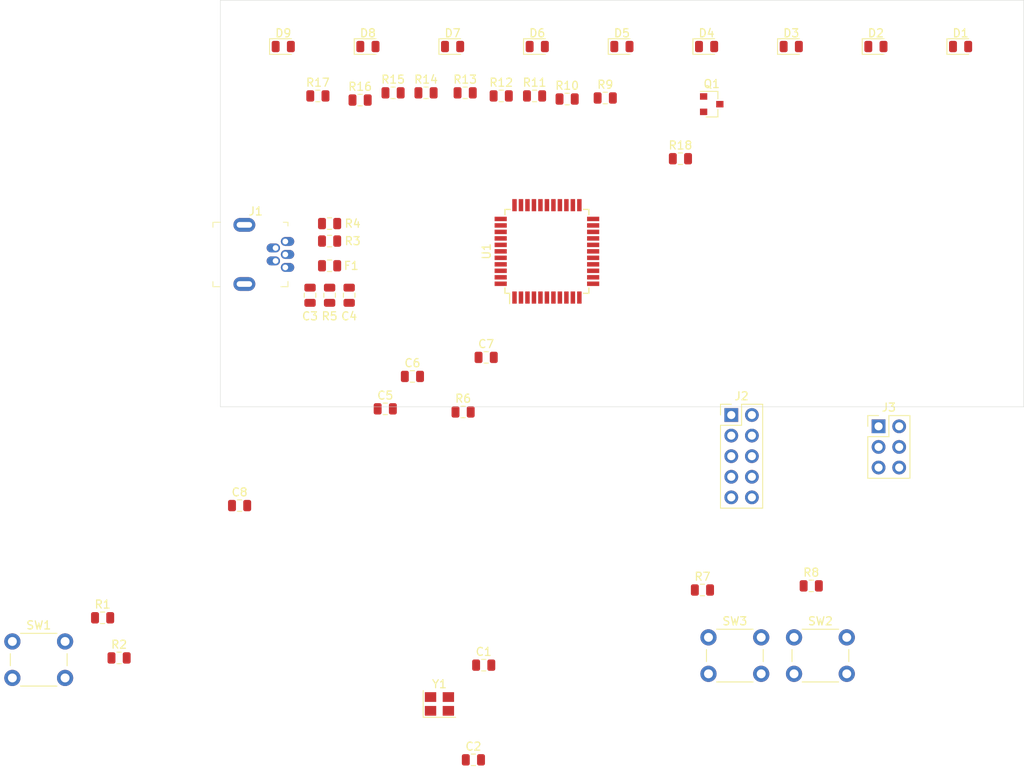
<source format=kicad_pcb>
(kicad_pcb (version 20171130) (host pcbnew "(5.1.2)-2")

  (general
    (thickness 1.6)
    (drawings 5)
    (tracks 0)
    (zones 0)
    (modules 45)
    (nets 53)
  )

  (page A4)
  (title_block
    (title "Scanner 1")
    (date 2020-08-29)
    (comment 1 "Andrew Combs")
  )

  (layers
    (0 F.Cu signal)
    (31 B.Cu signal)
    (32 B.Adhes user)
    (33 F.Adhes user)
    (34 B.Paste user)
    (35 F.Paste user)
    (36 B.SilkS user)
    (37 F.SilkS user)
    (38 B.Mask user)
    (39 F.Mask user)
    (40 Dwgs.User user)
    (41 Cmts.User user)
    (42 Eco1.User user)
    (43 Eco2.User user)
    (44 Edge.Cuts user)
    (45 Margin user)
    (46 B.CrtYd user)
    (47 F.CrtYd user)
    (48 B.Fab user)
    (49 F.Fab user)
  )

  (setup
    (last_trace_width 0.25)
    (trace_clearance 0.2)
    (zone_clearance 0.508)
    (zone_45_only no)
    (trace_min 0.2)
    (via_size 0.8)
    (via_drill 0.4)
    (via_min_size 0.4)
    (via_min_drill 0.3)
    (uvia_size 0.3)
    (uvia_drill 0.1)
    (uvias_allowed no)
    (uvia_min_size 0.2)
    (uvia_min_drill 0.1)
    (edge_width 0.05)
    (segment_width 0.2)
    (pcb_text_width 0.3)
    (pcb_text_size 1.5 1.5)
    (mod_edge_width 0.12)
    (mod_text_size 1 1)
    (mod_text_width 0.15)
    (pad_size 1.524 1.524)
    (pad_drill 0.762)
    (pad_to_mask_clearance 0.051)
    (solder_mask_min_width 0.25)
    (aux_axis_origin 0 0)
    (visible_elements FFFFFF7F)
    (pcbplotparams
      (layerselection 0x010fc_ffffffff)
      (usegerberextensions false)
      (usegerberattributes false)
      (usegerberadvancedattributes false)
      (creategerberjobfile false)
      (excludeedgelayer true)
      (linewidth 0.100000)
      (plotframeref false)
      (viasonmask false)
      (mode 1)
      (useauxorigin false)
      (hpglpennumber 1)
      (hpglpenspeed 20)
      (hpglpendiameter 15.000000)
      (psnegative false)
      (psa4output false)
      (plotreference true)
      (plotvalue true)
      (plotinvisibletext false)
      (padsonsilk false)
      (subtractmaskfromsilk false)
      (outputformat 1)
      (mirror false)
      (drillshape 1)
      (scaleselection 1)
      (outputdirectory ""))
  )

  (net 0 "")
  (net 1 X2)
  (net 2 GND)
  (net 3 X1)
  (net 4 +5V)
  (net 5 "Net-(C5-Pad1)")
  (net 6 "Net-(C7-Pad1)")
  (net 7 "Net-(D1-Pad1)")
  (net 8 "Net-(D1-Pad2)")
  (net 9 "Net-(D2-Pad2)")
  (net 10 "Net-(D3-Pad2)")
  (net 11 "Net-(D4-Pad2)")
  (net 12 "Net-(D5-Pad2)")
  (net 13 "Net-(D6-Pad2)")
  (net 14 "Net-(D7-Pad2)")
  (net 15 "Net-(D8-Pad2)")
  (net 16 "Net-(D9-Pad2)")
  (net 17 "Net-(J1-Pad3)")
  (net 18 "Net-(J1-Pad4)")
  (net 19 "Net-(J1-Pad2)")
  (net 20 TCK)
  (net 21 TDO)
  (net 22 TMS)
  (net 23 RST)
  (net 24 MISO)
  (net 25 SCK)
  (net 26 MOSI)
  (net 27 "Net-(R1-Pad2)")
  (net 28 RD+)
  (net 29 RD-)
  (net 30 "Net-(R6-Pad2)")
  (net 31 SW_1)
  (net 32 SW_0)
  (net 33 LED_0)
  (net 34 LED_1)
  (net 35 LED_2)
  (net 36 LED_3)
  (net 37 LED_4)
  (net 38 LED_5)
  (net 39 LED_6)
  (net 40 LED_7)
  (net 41 LED_8)
  (net 42 LED_CTRL)
  (net 43 "Net-(U1-Pad1)")
  (net 44 "Net-(U1-Pad8)")
  (net 45 "Net-(U1-Pad31)")
  (net 46 "Net-(U1-Pad32)")
  (net 47 TDI)
  (net 48 "Net-(U1-Pad40)")
  (net 49 "Net-(U1-Pad41)")
  (net 50 "Net-(J2-Pad7)")
  (net 51 "Net-(J2-Pad8)")
  (net 52 /VBUS)

  (net_class Default "This is the default net class."
    (clearance 0.2)
    (trace_width 0.25)
    (via_dia 0.8)
    (via_drill 0.4)
    (uvia_dia 0.3)
    (uvia_drill 0.1)
    (add_net +5V)
    (add_net /VBUS)
    (add_net GND)
    (add_net LED_0)
    (add_net LED_1)
    (add_net LED_2)
    (add_net LED_3)
    (add_net LED_4)
    (add_net LED_5)
    (add_net LED_6)
    (add_net LED_7)
    (add_net LED_8)
    (add_net LED_CTRL)
    (add_net MISO)
    (add_net MOSI)
    (add_net "Net-(C5-Pad1)")
    (add_net "Net-(C7-Pad1)")
    (add_net "Net-(D1-Pad1)")
    (add_net "Net-(D1-Pad2)")
    (add_net "Net-(D2-Pad2)")
    (add_net "Net-(D3-Pad2)")
    (add_net "Net-(D4-Pad2)")
    (add_net "Net-(D5-Pad2)")
    (add_net "Net-(D6-Pad2)")
    (add_net "Net-(D7-Pad2)")
    (add_net "Net-(D8-Pad2)")
    (add_net "Net-(D9-Pad2)")
    (add_net "Net-(J1-Pad2)")
    (add_net "Net-(J1-Pad3)")
    (add_net "Net-(J1-Pad4)")
    (add_net "Net-(J2-Pad7)")
    (add_net "Net-(J2-Pad8)")
    (add_net "Net-(R1-Pad2)")
    (add_net "Net-(R6-Pad2)")
    (add_net "Net-(U1-Pad1)")
    (add_net "Net-(U1-Pad31)")
    (add_net "Net-(U1-Pad32)")
    (add_net "Net-(U1-Pad40)")
    (add_net "Net-(U1-Pad41)")
    (add_net "Net-(U1-Pad8)")
    (add_net RD+)
    (add_net RD-)
    (add_net RST)
    (add_net SCK)
    (add_net SW_0)
    (add_net SW_1)
    (add_net TCK)
    (add_net TDI)
    (add_net TDO)
    (add_net TMS)
    (add_net X1)
    (add_net X2)
  )

  (module Capacitor_SMD:C_0805_2012Metric (layer F.Cu) (tedit 5B36C52B) (tstamp 5F4B5D45)
    (at 162.0035 137.922)
    (descr "Capacitor SMD 0805 (2012 Metric), square (rectangular) end terminal, IPC_7351 nominal, (Body size source: https://docs.google.com/spreadsheets/d/1BsfQQcO9C6DZCsRaXUlFlo91Tg2WpOkGARC1WS5S8t0/edit?usp=sharing), generated with kicad-footprint-generator")
    (tags capacitor)
    (path /5F4765E0)
    (attr smd)
    (fp_text reference C1 (at 0 -1.65) (layer F.SilkS)
      (effects (font (size 1 1) (thickness 0.15)))
    )
    (fp_text value 20pF (at 0 1.65) (layer F.Fab)
      (effects (font (size 1 1) (thickness 0.15)))
    )
    (fp_text user %R (at 0 0) (layer F.Fab)
      (effects (font (size 0.5 0.5) (thickness 0.08)))
    )
    (fp_line (start 1.68 0.95) (end -1.68 0.95) (layer F.CrtYd) (width 0.05))
    (fp_line (start 1.68 -0.95) (end 1.68 0.95) (layer F.CrtYd) (width 0.05))
    (fp_line (start -1.68 -0.95) (end 1.68 -0.95) (layer F.CrtYd) (width 0.05))
    (fp_line (start -1.68 0.95) (end -1.68 -0.95) (layer F.CrtYd) (width 0.05))
    (fp_line (start -0.258578 0.71) (end 0.258578 0.71) (layer F.SilkS) (width 0.12))
    (fp_line (start -0.258578 -0.71) (end 0.258578 -0.71) (layer F.SilkS) (width 0.12))
    (fp_line (start 1 0.6) (end -1 0.6) (layer F.Fab) (width 0.1))
    (fp_line (start 1 -0.6) (end 1 0.6) (layer F.Fab) (width 0.1))
    (fp_line (start -1 -0.6) (end 1 -0.6) (layer F.Fab) (width 0.1))
    (fp_line (start -1 0.6) (end -1 -0.6) (layer F.Fab) (width 0.1))
    (pad 2 smd roundrect (at 0.9375 0) (size 0.975 1.4) (layers F.Cu F.Paste F.Mask) (roundrect_rratio 0.25)
      (net 1 X2))
    (pad 1 smd roundrect (at -0.9375 0) (size 0.975 1.4) (layers F.Cu F.Paste F.Mask) (roundrect_rratio 0.25)
      (net 2 GND))
    (model ${KISYS3DMOD}/Capacitor_SMD.3dshapes/C_0805_2012Metric.wrl
      (at (xyz 0 0 0))
      (scale (xyz 1 1 1))
      (rotate (xyz 0 0 0))
    )
  )

  (module Capacitor_SMD:C_0805_2012Metric (layer F.Cu) (tedit 5B36C52B) (tstamp 5F4B5D15)
    (at 160.7335 149.606)
    (descr "Capacitor SMD 0805 (2012 Metric), square (rectangular) end terminal, IPC_7351 nominal, (Body size source: https://docs.google.com/spreadsheets/d/1BsfQQcO9C6DZCsRaXUlFlo91Tg2WpOkGARC1WS5S8t0/edit?usp=sharing), generated with kicad-footprint-generator")
    (tags capacitor)
    (path /5F47710A)
    (attr smd)
    (fp_text reference C2 (at 0 -1.65) (layer F.SilkS)
      (effects (font (size 1 1) (thickness 0.15)))
    )
    (fp_text value 20pF (at 0 1.65) (layer F.Fab)
      (effects (font (size 1 1) (thickness 0.15)))
    )
    (fp_line (start -1 0.6) (end -1 -0.6) (layer F.Fab) (width 0.1))
    (fp_line (start -1 -0.6) (end 1 -0.6) (layer F.Fab) (width 0.1))
    (fp_line (start 1 -0.6) (end 1 0.6) (layer F.Fab) (width 0.1))
    (fp_line (start 1 0.6) (end -1 0.6) (layer F.Fab) (width 0.1))
    (fp_line (start -0.258578 -0.71) (end 0.258578 -0.71) (layer F.SilkS) (width 0.12))
    (fp_line (start -0.258578 0.71) (end 0.258578 0.71) (layer F.SilkS) (width 0.12))
    (fp_line (start -1.68 0.95) (end -1.68 -0.95) (layer F.CrtYd) (width 0.05))
    (fp_line (start -1.68 -0.95) (end 1.68 -0.95) (layer F.CrtYd) (width 0.05))
    (fp_line (start 1.68 -0.95) (end 1.68 0.95) (layer F.CrtYd) (width 0.05))
    (fp_line (start 1.68 0.95) (end -1.68 0.95) (layer F.CrtYd) (width 0.05))
    (fp_text user %R (at 0 0) (layer F.Fab)
      (effects (font (size 0.5 0.5) (thickness 0.08)))
    )
    (pad 1 smd roundrect (at -0.9375 0) (size 0.975 1.4) (layers F.Cu F.Paste F.Mask) (roundrect_rratio 0.25)
      (net 2 GND))
    (pad 2 smd roundrect (at 0.9375 0) (size 0.975 1.4) (layers F.Cu F.Paste F.Mask) (roundrect_rratio 0.25)
      (net 3 X1))
    (model ${KISYS3DMOD}/Capacitor_SMD.3dshapes/C_0805_2012Metric.wrl
      (at (xyz 0 0 0))
      (scale (xyz 1 1 1))
      (rotate (xyz 0 0 0))
    )
  )

  (module Capacitor_SMD:C_0805_2012Metric (layer F.Cu) (tedit 5B36C52B) (tstamp 5F4B3F74)
    (at 140.589 92.2805 270)
    (descr "Capacitor SMD 0805 (2012 Metric), square (rectangular) end terminal, IPC_7351 nominal, (Body size source: https://docs.google.com/spreadsheets/d/1BsfQQcO9C6DZCsRaXUlFlo91Tg2WpOkGARC1WS5S8t0/edit?usp=sharing), generated with kicad-footprint-generator")
    (tags capacitor)
    (path /5F5018D3)
    (attr smd)
    (fp_text reference C3 (at 2.5885 0 180) (layer F.SilkS)
      (effects (font (size 1 1) (thickness 0.15)))
    )
    (fp_text value 22uF (at 0 1.65 90) (layer F.Fab) hide
      (effects (font (size 1 1) (thickness 0.15)))
    )
    (fp_text user %R (at 0 0 90) (layer F.Fab)
      (effects (font (size 0.5 0.5) (thickness 0.08)))
    )
    (fp_line (start 1.68 0.95) (end -1.68 0.95) (layer F.CrtYd) (width 0.05))
    (fp_line (start 1.68 -0.95) (end 1.68 0.95) (layer F.CrtYd) (width 0.05))
    (fp_line (start -1.68 -0.95) (end 1.68 -0.95) (layer F.CrtYd) (width 0.05))
    (fp_line (start -1.68 0.95) (end -1.68 -0.95) (layer F.CrtYd) (width 0.05))
    (fp_line (start -0.258578 0.71) (end 0.258578 0.71) (layer F.SilkS) (width 0.12))
    (fp_line (start -0.258578 -0.71) (end 0.258578 -0.71) (layer F.SilkS) (width 0.12))
    (fp_line (start 1 0.6) (end -1 0.6) (layer F.Fab) (width 0.1))
    (fp_line (start 1 -0.6) (end 1 0.6) (layer F.Fab) (width 0.1))
    (fp_line (start -1 -0.6) (end 1 -0.6) (layer F.Fab) (width 0.1))
    (fp_line (start -1 0.6) (end -1 -0.6) (layer F.Fab) (width 0.1))
    (pad 2 smd roundrect (at 0.9375 0 270) (size 0.975 1.4) (layers F.Cu F.Paste F.Mask) (roundrect_rratio 0.25)
      (net 2 GND))
    (pad 1 smd roundrect (at -0.9375 0 270) (size 0.975 1.4) (layers F.Cu F.Paste F.Mask) (roundrect_rratio 0.25)
      (net 52 /VBUS))
    (model ${KISYS3DMOD}/Capacitor_SMD.3dshapes/C_0805_2012Metric.wrl
      (at (xyz 0 0 0))
      (scale (xyz 1 1 1))
      (rotate (xyz 0 0 0))
    )
  )

  (module Capacitor_SMD:C_0805_2012Metric (layer F.Cu) (tedit 5B36C52B) (tstamp 5F4B3F85)
    (at 145.415 92.2805 270)
    (descr "Capacitor SMD 0805 (2012 Metric), square (rectangular) end terminal, IPC_7351 nominal, (Body size source: https://docs.google.com/spreadsheets/d/1BsfQQcO9C6DZCsRaXUlFlo91Tg2WpOkGARC1WS5S8t0/edit?usp=sharing), generated with kicad-footprint-generator")
    (tags capacitor)
    (path /5F506EED)
    (attr smd)
    (fp_text reference C4 (at 2.5885 0 180) (layer F.SilkS)
      (effects (font (size 1 1) (thickness 0.15)))
    )
    (fp_text value 100nF (at 0 1.65 90) (layer F.Fab) hide
      (effects (font (size 1 1) (thickness 0.15)))
    )
    (fp_line (start -1 0.6) (end -1 -0.6) (layer F.Fab) (width 0.1))
    (fp_line (start -1 -0.6) (end 1 -0.6) (layer F.Fab) (width 0.1))
    (fp_line (start 1 -0.6) (end 1 0.6) (layer F.Fab) (width 0.1))
    (fp_line (start 1 0.6) (end -1 0.6) (layer F.Fab) (width 0.1))
    (fp_line (start -0.258578 -0.71) (end 0.258578 -0.71) (layer F.SilkS) (width 0.12))
    (fp_line (start -0.258578 0.71) (end 0.258578 0.71) (layer F.SilkS) (width 0.12))
    (fp_line (start -1.68 0.95) (end -1.68 -0.95) (layer F.CrtYd) (width 0.05))
    (fp_line (start -1.68 -0.95) (end 1.68 -0.95) (layer F.CrtYd) (width 0.05))
    (fp_line (start 1.68 -0.95) (end 1.68 0.95) (layer F.CrtYd) (width 0.05))
    (fp_line (start 1.68 0.95) (end -1.68 0.95) (layer F.CrtYd) (width 0.05))
    (fp_text user %R (at 0 0 90) (layer F.Fab)
      (effects (font (size 0.5 0.5) (thickness 0.08)))
    )
    (pad 1 smd roundrect (at -0.9375 0 270) (size 0.975 1.4) (layers F.Cu F.Paste F.Mask) (roundrect_rratio 0.25)
      (net 4 +5V))
    (pad 2 smd roundrect (at 0.9375 0 270) (size 0.975 1.4) (layers F.Cu F.Paste F.Mask) (roundrect_rratio 0.25)
      (net 2 GND))
    (model ${KISYS3DMOD}/Capacitor_SMD.3dshapes/C_0805_2012Metric.wrl
      (at (xyz 0 0 0))
      (scale (xyz 1 1 1))
      (rotate (xyz 0 0 0))
    )
  )

  (module Capacitor_SMD:C_0805_2012Metric (layer F.Cu) (tedit 5B36C52B) (tstamp 5F4B3F96)
    (at 149.865001 106.299001)
    (descr "Capacitor SMD 0805 (2012 Metric), square (rectangular) end terminal, IPC_7351 nominal, (Body size source: https://docs.google.com/spreadsheets/d/1BsfQQcO9C6DZCsRaXUlFlo91Tg2WpOkGARC1WS5S8t0/edit?usp=sharing), generated with kicad-footprint-generator")
    (tags capacitor)
    (path /5F57BA3F)
    (attr smd)
    (fp_text reference C5 (at 0 -1.65) (layer F.SilkS)
      (effects (font (size 1 1) (thickness 0.15)))
    )
    (fp_text value 100nF (at 0 1.65) (layer F.Fab)
      (effects (font (size 1 1) (thickness 0.15)))
    )
    (fp_text user %R (at 0 0) (layer F.Fab)
      (effects (font (size 0.5 0.5) (thickness 0.08)))
    )
    (fp_line (start 1.68 0.95) (end -1.68 0.95) (layer F.CrtYd) (width 0.05))
    (fp_line (start 1.68 -0.95) (end 1.68 0.95) (layer F.CrtYd) (width 0.05))
    (fp_line (start -1.68 -0.95) (end 1.68 -0.95) (layer F.CrtYd) (width 0.05))
    (fp_line (start -1.68 0.95) (end -1.68 -0.95) (layer F.CrtYd) (width 0.05))
    (fp_line (start -0.258578 0.71) (end 0.258578 0.71) (layer F.SilkS) (width 0.12))
    (fp_line (start -0.258578 -0.71) (end 0.258578 -0.71) (layer F.SilkS) (width 0.12))
    (fp_line (start 1 0.6) (end -1 0.6) (layer F.Fab) (width 0.1))
    (fp_line (start 1 -0.6) (end 1 0.6) (layer F.Fab) (width 0.1))
    (fp_line (start -1 -0.6) (end 1 -0.6) (layer F.Fab) (width 0.1))
    (fp_line (start -1 0.6) (end -1 -0.6) (layer F.Fab) (width 0.1))
    (pad 2 smd roundrect (at 0.9375 0) (size 0.975 1.4) (layers F.Cu F.Paste F.Mask) (roundrect_rratio 0.25)
      (net 2 GND))
    (pad 1 smd roundrect (at -0.9375 0) (size 0.975 1.4) (layers F.Cu F.Paste F.Mask) (roundrect_rratio 0.25)
      (net 5 "Net-(C5-Pad1)"))
    (model ${KISYS3DMOD}/Capacitor_SMD.3dshapes/C_0805_2012Metric.wrl
      (at (xyz 0 0 0))
      (scale (xyz 1 1 1))
      (rotate (xyz 0 0 0))
    )
  )

  (module Capacitor_SMD:C_0805_2012Metric (layer F.Cu) (tedit 5B36C52B) (tstamp 5F4B3FA7)
    (at 153.215001 102.299001)
    (descr "Capacitor SMD 0805 (2012 Metric), square (rectangular) end terminal, IPC_7351 nominal, (Body size source: https://docs.google.com/spreadsheets/d/1BsfQQcO9C6DZCsRaXUlFlo91Tg2WpOkGARC1WS5S8t0/edit?usp=sharing), generated with kicad-footprint-generator")
    (tags capacitor)
    (path /5F4956BD)
    (attr smd)
    (fp_text reference C6 (at 0 -1.65) (layer F.SilkS)
      (effects (font (size 1 1) (thickness 0.15)))
    )
    (fp_text value 100nF (at 0 1.65) (layer F.Fab)
      (effects (font (size 1 1) (thickness 0.15)))
    )
    (fp_text user %R (at 0 0) (layer F.Fab)
      (effects (font (size 0.5 0.5) (thickness 0.08)))
    )
    (fp_line (start 1.68 0.95) (end -1.68 0.95) (layer F.CrtYd) (width 0.05))
    (fp_line (start 1.68 -0.95) (end 1.68 0.95) (layer F.CrtYd) (width 0.05))
    (fp_line (start -1.68 -0.95) (end 1.68 -0.95) (layer F.CrtYd) (width 0.05))
    (fp_line (start -1.68 0.95) (end -1.68 -0.95) (layer F.CrtYd) (width 0.05))
    (fp_line (start -0.258578 0.71) (end 0.258578 0.71) (layer F.SilkS) (width 0.12))
    (fp_line (start -0.258578 -0.71) (end 0.258578 -0.71) (layer F.SilkS) (width 0.12))
    (fp_line (start 1 0.6) (end -1 0.6) (layer F.Fab) (width 0.1))
    (fp_line (start 1 -0.6) (end 1 0.6) (layer F.Fab) (width 0.1))
    (fp_line (start -1 -0.6) (end 1 -0.6) (layer F.Fab) (width 0.1))
    (fp_line (start -1 0.6) (end -1 -0.6) (layer F.Fab) (width 0.1))
    (pad 2 smd roundrect (at 0.9375 0) (size 0.975 1.4) (layers F.Cu F.Paste F.Mask) (roundrect_rratio 0.25)
      (net 2 GND))
    (pad 1 smd roundrect (at -0.9375 0) (size 0.975 1.4) (layers F.Cu F.Paste F.Mask) (roundrect_rratio 0.25)
      (net 4 +5V))
    (model ${KISYS3DMOD}/Capacitor_SMD.3dshapes/C_0805_2012Metric.wrl
      (at (xyz 0 0 0))
      (scale (xyz 1 1 1))
      (rotate (xyz 0 0 0))
    )
  )

  (module Capacitor_SMD:C_0805_2012Metric (layer F.Cu) (tedit 5B36C52B) (tstamp 5F4B3FB8)
    (at 162.306 99.949)
    (descr "Capacitor SMD 0805 (2012 Metric), square (rectangular) end terminal, IPC_7351 nominal, (Body size source: https://docs.google.com/spreadsheets/d/1BsfQQcO9C6DZCsRaXUlFlo91Tg2WpOkGARC1WS5S8t0/edit?usp=sharing), generated with kicad-footprint-generator")
    (tags capacitor)
    (path /5F56ED00)
    (attr smd)
    (fp_text reference C7 (at 0 -1.65) (layer F.SilkS)
      (effects (font (size 1 1) (thickness 0.15)))
    )
    (fp_text value 1uF (at 0 1.65) (layer F.Fab)
      (effects (font (size 1 1) (thickness 0.15)))
    )
    (fp_line (start -1 0.6) (end -1 -0.6) (layer F.Fab) (width 0.1))
    (fp_line (start -1 -0.6) (end 1 -0.6) (layer F.Fab) (width 0.1))
    (fp_line (start 1 -0.6) (end 1 0.6) (layer F.Fab) (width 0.1))
    (fp_line (start 1 0.6) (end -1 0.6) (layer F.Fab) (width 0.1))
    (fp_line (start -0.258578 -0.71) (end 0.258578 -0.71) (layer F.SilkS) (width 0.12))
    (fp_line (start -0.258578 0.71) (end 0.258578 0.71) (layer F.SilkS) (width 0.12))
    (fp_line (start -1.68 0.95) (end -1.68 -0.95) (layer F.CrtYd) (width 0.05))
    (fp_line (start -1.68 -0.95) (end 1.68 -0.95) (layer F.CrtYd) (width 0.05))
    (fp_line (start 1.68 -0.95) (end 1.68 0.95) (layer F.CrtYd) (width 0.05))
    (fp_line (start 1.68 0.95) (end -1.68 0.95) (layer F.CrtYd) (width 0.05))
    (fp_text user %R (at 0 0) (layer F.Fab)
      (effects (font (size 0.5 0.5) (thickness 0.08)))
    )
    (pad 1 smd roundrect (at -0.9375 0) (size 0.975 1.4) (layers F.Cu F.Paste F.Mask) (roundrect_rratio 0.25)
      (net 6 "Net-(C7-Pad1)"))
    (pad 2 smd roundrect (at 0.9375 0) (size 0.975 1.4) (layers F.Cu F.Paste F.Mask) (roundrect_rratio 0.25)
      (net 2 GND))
    (model ${KISYS3DMOD}/Capacitor_SMD.3dshapes/C_0805_2012Metric.wrl
      (at (xyz 0 0 0))
      (scale (xyz 1 1 1))
      (rotate (xyz 0 0 0))
    )
  )

  (module Capacitor_SMD:C_0805_2012Metric (layer F.Cu) (tedit 5B36C52B) (tstamp 5F4B3FC9)
    (at 131.9045 118.237)
    (descr "Capacitor SMD 0805 (2012 Metric), square (rectangular) end terminal, IPC_7351 nominal, (Body size source: https://docs.google.com/spreadsheets/d/1BsfQQcO9C6DZCsRaXUlFlo91Tg2WpOkGARC1WS5S8t0/edit?usp=sharing), generated with kicad-footprint-generator")
    (tags capacitor)
    (path /5F496908)
    (attr smd)
    (fp_text reference C8 (at 0 -1.65) (layer F.SilkS)
      (effects (font (size 1 1) (thickness 0.15)))
    )
    (fp_text value 100nF (at 0 1.65) (layer F.Fab)
      (effects (font (size 1 1) (thickness 0.15)))
    )
    (fp_line (start -1 0.6) (end -1 -0.6) (layer F.Fab) (width 0.1))
    (fp_line (start -1 -0.6) (end 1 -0.6) (layer F.Fab) (width 0.1))
    (fp_line (start 1 -0.6) (end 1 0.6) (layer F.Fab) (width 0.1))
    (fp_line (start 1 0.6) (end -1 0.6) (layer F.Fab) (width 0.1))
    (fp_line (start -0.258578 -0.71) (end 0.258578 -0.71) (layer F.SilkS) (width 0.12))
    (fp_line (start -0.258578 0.71) (end 0.258578 0.71) (layer F.SilkS) (width 0.12))
    (fp_line (start -1.68 0.95) (end -1.68 -0.95) (layer F.CrtYd) (width 0.05))
    (fp_line (start -1.68 -0.95) (end 1.68 -0.95) (layer F.CrtYd) (width 0.05))
    (fp_line (start 1.68 -0.95) (end 1.68 0.95) (layer F.CrtYd) (width 0.05))
    (fp_line (start 1.68 0.95) (end -1.68 0.95) (layer F.CrtYd) (width 0.05))
    (fp_text user %R (at 0 0) (layer F.Fab)
      (effects (font (size 0.5 0.5) (thickness 0.08)))
    )
    (pad 1 smd roundrect (at -0.9375 0) (size 0.975 1.4) (layers F.Cu F.Paste F.Mask) (roundrect_rratio 0.25)
      (net 4 +5V))
    (pad 2 smd roundrect (at 0.9375 0) (size 0.975 1.4) (layers F.Cu F.Paste F.Mask) (roundrect_rratio 0.25)
      (net 2 GND))
    (model ${KISYS3DMOD}/Capacitor_SMD.3dshapes/C_0805_2012Metric.wrl
      (at (xyz 0 0 0))
      (scale (xyz 1 1 1))
      (rotate (xyz 0 0 0))
    )
  )

  (module LED_SMD:LED_0805_2012Metric (layer F.Cu) (tedit 5B36C52C) (tstamp 5F4B3FDC)
    (at 220.8045 61.595)
    (descr "LED SMD 0805 (2012 Metric), square (rectangular) end terminal, IPC_7351 nominal, (Body size source: https://docs.google.com/spreadsheets/d/1BsfQQcO9C6DZCsRaXUlFlo91Tg2WpOkGARC1WS5S8t0/edit?usp=sharing), generated with kicad-footprint-generator")
    (tags diode)
    (path /5F4A4B33)
    (attr smd)
    (fp_text reference D1 (at 0 -1.65) (layer F.SilkS)
      (effects (font (size 1 1) (thickness 0.15)))
    )
    (fp_text value LED (at 0 1.65) (layer F.Fab)
      (effects (font (size 1 1) (thickness 0.15)))
    )
    (fp_text user %R (at 0 0) (layer F.Fab)
      (effects (font (size 0.5 0.5) (thickness 0.08)))
    )
    (fp_line (start 1.68 0.95) (end -1.68 0.95) (layer F.CrtYd) (width 0.05))
    (fp_line (start 1.68 -0.95) (end 1.68 0.95) (layer F.CrtYd) (width 0.05))
    (fp_line (start -1.68 -0.95) (end 1.68 -0.95) (layer F.CrtYd) (width 0.05))
    (fp_line (start -1.68 0.95) (end -1.68 -0.95) (layer F.CrtYd) (width 0.05))
    (fp_line (start -1.685 0.96) (end 1 0.96) (layer F.SilkS) (width 0.12))
    (fp_line (start -1.685 -0.96) (end -1.685 0.96) (layer F.SilkS) (width 0.12))
    (fp_line (start 1 -0.96) (end -1.685 -0.96) (layer F.SilkS) (width 0.12))
    (fp_line (start 1 0.6) (end 1 -0.6) (layer F.Fab) (width 0.1))
    (fp_line (start -1 0.6) (end 1 0.6) (layer F.Fab) (width 0.1))
    (fp_line (start -1 -0.3) (end -1 0.6) (layer F.Fab) (width 0.1))
    (fp_line (start -0.7 -0.6) (end -1 -0.3) (layer F.Fab) (width 0.1))
    (fp_line (start 1 -0.6) (end -0.7 -0.6) (layer F.Fab) (width 0.1))
    (pad 2 smd roundrect (at 0.9375 0) (size 0.975 1.4) (layers F.Cu F.Paste F.Mask) (roundrect_rratio 0.25)
      (net 8 "Net-(D1-Pad2)"))
    (pad 1 smd roundrect (at -0.9375 0) (size 0.975 1.4) (layers F.Cu F.Paste F.Mask) (roundrect_rratio 0.25)
      (net 7 "Net-(D1-Pad1)"))
    (model ${KISYS3DMOD}/LED_SMD.3dshapes/LED_0805_2012Metric.wrl
      (at (xyz 0 0 0))
      (scale (xyz 1 1 1))
      (rotate (xyz 0 0 0))
    )
  )

  (module LED_SMD:LED_0805_2012Metric (layer F.Cu) (tedit 5B36C52C) (tstamp 5F4B3FEF)
    (at 210.364809 61.595)
    (descr "LED SMD 0805 (2012 Metric), square (rectangular) end terminal, IPC_7351 nominal, (Body size source: https://docs.google.com/spreadsheets/d/1BsfQQcO9C6DZCsRaXUlFlo91Tg2WpOkGARC1WS5S8t0/edit?usp=sharing), generated with kicad-footprint-generator")
    (tags diode)
    (path /5F4A8993)
    (attr smd)
    (fp_text reference D2 (at 0 -1.65) (layer F.SilkS)
      (effects (font (size 1 1) (thickness 0.15)))
    )
    (fp_text value LED (at 0 1.65) (layer F.Fab)
      (effects (font (size 1 1) (thickness 0.15)))
    )
    (fp_line (start 1 -0.6) (end -0.7 -0.6) (layer F.Fab) (width 0.1))
    (fp_line (start -0.7 -0.6) (end -1 -0.3) (layer F.Fab) (width 0.1))
    (fp_line (start -1 -0.3) (end -1 0.6) (layer F.Fab) (width 0.1))
    (fp_line (start -1 0.6) (end 1 0.6) (layer F.Fab) (width 0.1))
    (fp_line (start 1 0.6) (end 1 -0.6) (layer F.Fab) (width 0.1))
    (fp_line (start 1 -0.96) (end -1.685 -0.96) (layer F.SilkS) (width 0.12))
    (fp_line (start -1.685 -0.96) (end -1.685 0.96) (layer F.SilkS) (width 0.12))
    (fp_line (start -1.685 0.96) (end 1 0.96) (layer F.SilkS) (width 0.12))
    (fp_line (start -1.68 0.95) (end -1.68 -0.95) (layer F.CrtYd) (width 0.05))
    (fp_line (start -1.68 -0.95) (end 1.68 -0.95) (layer F.CrtYd) (width 0.05))
    (fp_line (start 1.68 -0.95) (end 1.68 0.95) (layer F.CrtYd) (width 0.05))
    (fp_line (start 1.68 0.95) (end -1.68 0.95) (layer F.CrtYd) (width 0.05))
    (fp_text user %R (at 0 0) (layer F.Fab)
      (effects (font (size 0.5 0.5) (thickness 0.08)))
    )
    (pad 1 smd roundrect (at -0.9375 0) (size 0.975 1.4) (layers F.Cu F.Paste F.Mask) (roundrect_rratio 0.25)
      (net 7 "Net-(D1-Pad1)"))
    (pad 2 smd roundrect (at 0.9375 0) (size 0.975 1.4) (layers F.Cu F.Paste F.Mask) (roundrect_rratio 0.25)
      (net 9 "Net-(D2-Pad2)"))
    (model ${KISYS3DMOD}/LED_SMD.3dshapes/LED_0805_2012Metric.wrl
      (at (xyz 0 0 0))
      (scale (xyz 1 1 1))
      (rotate (xyz 0 0 0))
    )
  )

  (module LED_SMD:LED_0805_2012Metric (layer F.Cu) (tedit 5B36C52C) (tstamp 5F4B50B2)
    (at 199.925122 61.595)
    (descr "LED SMD 0805 (2012 Metric), square (rectangular) end terminal, IPC_7351 nominal, (Body size source: https://docs.google.com/spreadsheets/d/1BsfQQcO9C6DZCsRaXUlFlo91Tg2WpOkGARC1WS5S8t0/edit?usp=sharing), generated with kicad-footprint-generator")
    (tags diode)
    (path /5F4AA861)
    (attr smd)
    (fp_text reference D3 (at 0 -1.65) (layer F.SilkS)
      (effects (font (size 1 1) (thickness 0.15)))
    )
    (fp_text value LED (at 0 1.65) (layer F.Fab)
      (effects (font (size 1 1) (thickness 0.15)))
    )
    (fp_text user %R (at 0 0) (layer F.Fab)
      (effects (font (size 0.5 0.5) (thickness 0.08)))
    )
    (fp_line (start 1.68 0.95) (end -1.68 0.95) (layer F.CrtYd) (width 0.05))
    (fp_line (start 1.68 -0.95) (end 1.68 0.95) (layer F.CrtYd) (width 0.05))
    (fp_line (start -1.68 -0.95) (end 1.68 -0.95) (layer F.CrtYd) (width 0.05))
    (fp_line (start -1.68 0.95) (end -1.68 -0.95) (layer F.CrtYd) (width 0.05))
    (fp_line (start -1.685 0.96) (end 1 0.96) (layer F.SilkS) (width 0.12))
    (fp_line (start -1.685 -0.96) (end -1.685 0.96) (layer F.SilkS) (width 0.12))
    (fp_line (start 1 -0.96) (end -1.685 -0.96) (layer F.SilkS) (width 0.12))
    (fp_line (start 1 0.6) (end 1 -0.6) (layer F.Fab) (width 0.1))
    (fp_line (start -1 0.6) (end 1 0.6) (layer F.Fab) (width 0.1))
    (fp_line (start -1 -0.3) (end -1 0.6) (layer F.Fab) (width 0.1))
    (fp_line (start -0.7 -0.6) (end -1 -0.3) (layer F.Fab) (width 0.1))
    (fp_line (start 1 -0.6) (end -0.7 -0.6) (layer F.Fab) (width 0.1))
    (pad 2 smd roundrect (at 0.9375 0) (size 0.975 1.4) (layers F.Cu F.Paste F.Mask) (roundrect_rratio 0.25)
      (net 10 "Net-(D3-Pad2)"))
    (pad 1 smd roundrect (at -0.9375 0) (size 0.975 1.4) (layers F.Cu F.Paste F.Mask) (roundrect_rratio 0.25)
      (net 7 "Net-(D1-Pad1)"))
    (model ${KISYS3DMOD}/LED_SMD.3dshapes/LED_0805_2012Metric.wrl
      (at (xyz 0 0 0))
      (scale (xyz 1 1 1))
      (rotate (xyz 0 0 0))
    )
  )

  (module LED_SMD:LED_0805_2012Metric (layer F.Cu) (tedit 5B36C52C) (tstamp 5F4B5156)
    (at 189.485435 61.595)
    (descr "LED SMD 0805 (2012 Metric), square (rectangular) end terminal, IPC_7351 nominal, (Body size source: https://docs.google.com/spreadsheets/d/1BsfQQcO9C6DZCsRaXUlFlo91Tg2WpOkGARC1WS5S8t0/edit?usp=sharing), generated with kicad-footprint-generator")
    (tags diode)
    (path /5F4AA875)
    (attr smd)
    (fp_text reference D4 (at 0 -1.65) (layer F.SilkS)
      (effects (font (size 1 1) (thickness 0.15)))
    )
    (fp_text value LED (at 0 1.65) (layer F.Fab)
      (effects (font (size 1 1) (thickness 0.15)))
    )
    (fp_line (start 1 -0.6) (end -0.7 -0.6) (layer F.Fab) (width 0.1))
    (fp_line (start -0.7 -0.6) (end -1 -0.3) (layer F.Fab) (width 0.1))
    (fp_line (start -1 -0.3) (end -1 0.6) (layer F.Fab) (width 0.1))
    (fp_line (start -1 0.6) (end 1 0.6) (layer F.Fab) (width 0.1))
    (fp_line (start 1 0.6) (end 1 -0.6) (layer F.Fab) (width 0.1))
    (fp_line (start 1 -0.96) (end -1.685 -0.96) (layer F.SilkS) (width 0.12))
    (fp_line (start -1.685 -0.96) (end -1.685 0.96) (layer F.SilkS) (width 0.12))
    (fp_line (start -1.685 0.96) (end 1 0.96) (layer F.SilkS) (width 0.12))
    (fp_line (start -1.68 0.95) (end -1.68 -0.95) (layer F.CrtYd) (width 0.05))
    (fp_line (start -1.68 -0.95) (end 1.68 -0.95) (layer F.CrtYd) (width 0.05))
    (fp_line (start 1.68 -0.95) (end 1.68 0.95) (layer F.CrtYd) (width 0.05))
    (fp_line (start 1.68 0.95) (end -1.68 0.95) (layer F.CrtYd) (width 0.05))
    (fp_text user %R (at 0 0) (layer F.Fab)
      (effects (font (size 0.5 0.5) (thickness 0.08)))
    )
    (pad 1 smd roundrect (at -0.9375 0) (size 0.975 1.4) (layers F.Cu F.Paste F.Mask) (roundrect_rratio 0.25)
      (net 7 "Net-(D1-Pad1)"))
    (pad 2 smd roundrect (at 0.9375 0) (size 0.975 1.4) (layers F.Cu F.Paste F.Mask) (roundrect_rratio 0.25)
      (net 11 "Net-(D4-Pad2)"))
    (model ${KISYS3DMOD}/LED_SMD.3dshapes/LED_0805_2012Metric.wrl
      (at (xyz 0 0 0))
      (scale (xyz 1 1 1))
      (rotate (xyz 0 0 0))
    )
  )

  (module LED_SMD:LED_0805_2012Metric (layer F.Cu) (tedit 5B36C52C) (tstamp 5F4B507C)
    (at 179.045748 61.595)
    (descr "LED SMD 0805 (2012 Metric), square (rectangular) end terminal, IPC_7351 nominal, (Body size source: https://docs.google.com/spreadsheets/d/1BsfQQcO9C6DZCsRaXUlFlo91Tg2WpOkGARC1WS5S8t0/edit?usp=sharing), generated with kicad-footprint-generator")
    (tags diode)
    (path /5F4AE5A5)
    (attr smd)
    (fp_text reference D5 (at 0 -1.65) (layer F.SilkS)
      (effects (font (size 1 1) (thickness 0.15)))
    )
    (fp_text value LED (at 0 1.65) (layer F.Fab)
      (effects (font (size 1 1) (thickness 0.15)))
    )
    (fp_text user %R (at 0 0) (layer F.Fab)
      (effects (font (size 0.5 0.5) (thickness 0.08)))
    )
    (fp_line (start 1.68 0.95) (end -1.68 0.95) (layer F.CrtYd) (width 0.05))
    (fp_line (start 1.68 -0.95) (end 1.68 0.95) (layer F.CrtYd) (width 0.05))
    (fp_line (start -1.68 -0.95) (end 1.68 -0.95) (layer F.CrtYd) (width 0.05))
    (fp_line (start -1.68 0.95) (end -1.68 -0.95) (layer F.CrtYd) (width 0.05))
    (fp_line (start -1.685 0.96) (end 1 0.96) (layer F.SilkS) (width 0.12))
    (fp_line (start -1.685 -0.96) (end -1.685 0.96) (layer F.SilkS) (width 0.12))
    (fp_line (start 1 -0.96) (end -1.685 -0.96) (layer F.SilkS) (width 0.12))
    (fp_line (start 1 0.6) (end 1 -0.6) (layer F.Fab) (width 0.1))
    (fp_line (start -1 0.6) (end 1 0.6) (layer F.Fab) (width 0.1))
    (fp_line (start -1 -0.3) (end -1 0.6) (layer F.Fab) (width 0.1))
    (fp_line (start -0.7 -0.6) (end -1 -0.3) (layer F.Fab) (width 0.1))
    (fp_line (start 1 -0.6) (end -0.7 -0.6) (layer F.Fab) (width 0.1))
    (pad 2 smd roundrect (at 0.9375 0) (size 0.975 1.4) (layers F.Cu F.Paste F.Mask) (roundrect_rratio 0.25)
      (net 12 "Net-(D5-Pad2)"))
    (pad 1 smd roundrect (at -0.9375 0) (size 0.975 1.4) (layers F.Cu F.Paste F.Mask) (roundrect_rratio 0.25)
      (net 7 "Net-(D1-Pad1)"))
    (model ${KISYS3DMOD}/LED_SMD.3dshapes/LED_0805_2012Metric.wrl
      (at (xyz 0 0 0))
      (scale (xyz 1 1 1))
      (rotate (xyz 0 0 0))
    )
  )

  (module LED_SMD:LED_0805_2012Metric (layer F.Cu) (tedit 5B36C52C) (tstamp 5F4B403B)
    (at 168.606061 61.595)
    (descr "LED SMD 0805 (2012 Metric), square (rectangular) end terminal, IPC_7351 nominal, (Body size source: https://docs.google.com/spreadsheets/d/1BsfQQcO9C6DZCsRaXUlFlo91Tg2WpOkGARC1WS5S8t0/edit?usp=sharing), generated with kicad-footprint-generator")
    (tags diode)
    (path /5F4AE5B9)
    (attr smd)
    (fp_text reference D6 (at 0 -1.65) (layer F.SilkS)
      (effects (font (size 1 1) (thickness 0.15)))
    )
    (fp_text value LED (at 0 1.65) (layer F.Fab)
      (effects (font (size 1 1) (thickness 0.15)))
    )
    (fp_line (start 1 -0.6) (end -0.7 -0.6) (layer F.Fab) (width 0.1))
    (fp_line (start -0.7 -0.6) (end -1 -0.3) (layer F.Fab) (width 0.1))
    (fp_line (start -1 -0.3) (end -1 0.6) (layer F.Fab) (width 0.1))
    (fp_line (start -1 0.6) (end 1 0.6) (layer F.Fab) (width 0.1))
    (fp_line (start 1 0.6) (end 1 -0.6) (layer F.Fab) (width 0.1))
    (fp_line (start 1 -0.96) (end -1.685 -0.96) (layer F.SilkS) (width 0.12))
    (fp_line (start -1.685 -0.96) (end -1.685 0.96) (layer F.SilkS) (width 0.12))
    (fp_line (start -1.685 0.96) (end 1 0.96) (layer F.SilkS) (width 0.12))
    (fp_line (start -1.68 0.95) (end -1.68 -0.95) (layer F.CrtYd) (width 0.05))
    (fp_line (start -1.68 -0.95) (end 1.68 -0.95) (layer F.CrtYd) (width 0.05))
    (fp_line (start 1.68 -0.95) (end 1.68 0.95) (layer F.CrtYd) (width 0.05))
    (fp_line (start 1.68 0.95) (end -1.68 0.95) (layer F.CrtYd) (width 0.05))
    (fp_text user %R (at 0 0) (layer F.Fab)
      (effects (font (size 0.5 0.5) (thickness 0.08)))
    )
    (pad 1 smd roundrect (at -0.9375 0) (size 0.975 1.4) (layers F.Cu F.Paste F.Mask) (roundrect_rratio 0.25)
      (net 7 "Net-(D1-Pad1)"))
    (pad 2 smd roundrect (at 0.9375 0) (size 0.975 1.4) (layers F.Cu F.Paste F.Mask) (roundrect_rratio 0.25)
      (net 13 "Net-(D6-Pad2)"))
    (model ${KISYS3DMOD}/LED_SMD.3dshapes/LED_0805_2012Metric.wrl
      (at (xyz 0 0 0))
      (scale (xyz 1 1 1))
      (rotate (xyz 0 0 0))
    )
  )

  (module LED_SMD:LED_0805_2012Metric (layer F.Cu) (tedit 5B36C52C) (tstamp 5F4B404E)
    (at 158.166374 61.595)
    (descr "LED SMD 0805 (2012 Metric), square (rectangular) end terminal, IPC_7351 nominal, (Body size source: https://docs.google.com/spreadsheets/d/1BsfQQcO9C6DZCsRaXUlFlo91Tg2WpOkGARC1WS5S8t0/edit?usp=sharing), generated with kicad-footprint-generator")
    (tags diode)
    (path /5F4AE5CD)
    (attr smd)
    (fp_text reference D7 (at 0 -1.65) (layer F.SilkS)
      (effects (font (size 1 1) (thickness 0.15)))
    )
    (fp_text value LED (at 0 1.65) (layer F.Fab)
      (effects (font (size 1 1) (thickness 0.15)))
    )
    (fp_line (start 1 -0.6) (end -0.7 -0.6) (layer F.Fab) (width 0.1))
    (fp_line (start -0.7 -0.6) (end -1 -0.3) (layer F.Fab) (width 0.1))
    (fp_line (start -1 -0.3) (end -1 0.6) (layer F.Fab) (width 0.1))
    (fp_line (start -1 0.6) (end 1 0.6) (layer F.Fab) (width 0.1))
    (fp_line (start 1 0.6) (end 1 -0.6) (layer F.Fab) (width 0.1))
    (fp_line (start 1 -0.96) (end -1.685 -0.96) (layer F.SilkS) (width 0.12))
    (fp_line (start -1.685 -0.96) (end -1.685 0.96) (layer F.SilkS) (width 0.12))
    (fp_line (start -1.685 0.96) (end 1 0.96) (layer F.SilkS) (width 0.12))
    (fp_line (start -1.68 0.95) (end -1.68 -0.95) (layer F.CrtYd) (width 0.05))
    (fp_line (start -1.68 -0.95) (end 1.68 -0.95) (layer F.CrtYd) (width 0.05))
    (fp_line (start 1.68 -0.95) (end 1.68 0.95) (layer F.CrtYd) (width 0.05))
    (fp_line (start 1.68 0.95) (end -1.68 0.95) (layer F.CrtYd) (width 0.05))
    (fp_text user %R (at 0 0) (layer F.Fab)
      (effects (font (size 0.5 0.5) (thickness 0.08)))
    )
    (pad 1 smd roundrect (at -0.9375 0) (size 0.975 1.4) (layers F.Cu F.Paste F.Mask) (roundrect_rratio 0.25)
      (net 7 "Net-(D1-Pad1)"))
    (pad 2 smd roundrect (at 0.9375 0) (size 0.975 1.4) (layers F.Cu F.Paste F.Mask) (roundrect_rratio 0.25)
      (net 14 "Net-(D7-Pad2)"))
    (model ${KISYS3DMOD}/LED_SMD.3dshapes/LED_0805_2012Metric.wrl
      (at (xyz 0 0 0))
      (scale (xyz 1 1 1))
      (rotate (xyz 0 0 0))
    )
  )

  (module LED_SMD:LED_0805_2012Metric (layer F.Cu) (tedit 5B36C52C) (tstamp 5F4B4061)
    (at 147.726687 61.595)
    (descr "LED SMD 0805 (2012 Metric), square (rectangular) end terminal, IPC_7351 nominal, (Body size source: https://docs.google.com/spreadsheets/d/1BsfQQcO9C6DZCsRaXUlFlo91Tg2WpOkGARC1WS5S8t0/edit?usp=sharing), generated with kicad-footprint-generator")
    (tags diode)
    (path /5F4CD6D8)
    (attr smd)
    (fp_text reference D8 (at 0 -1.65) (layer F.SilkS)
      (effects (font (size 1 1) (thickness 0.15)))
    )
    (fp_text value LED (at 0 1.65) (layer F.Fab)
      (effects (font (size 1 1) (thickness 0.15)))
    )
    (fp_line (start 1 -0.6) (end -0.7 -0.6) (layer F.Fab) (width 0.1))
    (fp_line (start -0.7 -0.6) (end -1 -0.3) (layer F.Fab) (width 0.1))
    (fp_line (start -1 -0.3) (end -1 0.6) (layer F.Fab) (width 0.1))
    (fp_line (start -1 0.6) (end 1 0.6) (layer F.Fab) (width 0.1))
    (fp_line (start 1 0.6) (end 1 -0.6) (layer F.Fab) (width 0.1))
    (fp_line (start 1 -0.96) (end -1.685 -0.96) (layer F.SilkS) (width 0.12))
    (fp_line (start -1.685 -0.96) (end -1.685 0.96) (layer F.SilkS) (width 0.12))
    (fp_line (start -1.685 0.96) (end 1 0.96) (layer F.SilkS) (width 0.12))
    (fp_line (start -1.68 0.95) (end -1.68 -0.95) (layer F.CrtYd) (width 0.05))
    (fp_line (start -1.68 -0.95) (end 1.68 -0.95) (layer F.CrtYd) (width 0.05))
    (fp_line (start 1.68 -0.95) (end 1.68 0.95) (layer F.CrtYd) (width 0.05))
    (fp_line (start 1.68 0.95) (end -1.68 0.95) (layer F.CrtYd) (width 0.05))
    (fp_text user %R (at 0 0) (layer F.Fab)
      (effects (font (size 0.5 0.5) (thickness 0.08)))
    )
    (pad 1 smd roundrect (at -0.9375 0) (size 0.975 1.4) (layers F.Cu F.Paste F.Mask) (roundrect_rratio 0.25)
      (net 7 "Net-(D1-Pad1)"))
    (pad 2 smd roundrect (at 0.9375 0) (size 0.975 1.4) (layers F.Cu F.Paste F.Mask) (roundrect_rratio 0.25)
      (net 15 "Net-(D8-Pad2)"))
    (model ${KISYS3DMOD}/LED_SMD.3dshapes/LED_0805_2012Metric.wrl
      (at (xyz 0 0 0))
      (scale (xyz 1 1 1))
      (rotate (xyz 0 0 0))
    )
  )

  (module LED_SMD:LED_0805_2012Metric (layer F.Cu) (tedit 5B36C52C) (tstamp 5F4B4074)
    (at 137.287 61.595)
    (descr "LED SMD 0805 (2012 Metric), square (rectangular) end terminal, IPC_7351 nominal, (Body size source: https://docs.google.com/spreadsheets/d/1BsfQQcO9C6DZCsRaXUlFlo91Tg2WpOkGARC1WS5S8t0/edit?usp=sharing), generated with kicad-footprint-generator")
    (tags diode)
    (path /5F4CD6EC)
    (attr smd)
    (fp_text reference D9 (at 0 -1.65) (layer F.SilkS)
      (effects (font (size 1 1) (thickness 0.15)))
    )
    (fp_text value LED (at 0 1.65) (layer F.Fab)
      (effects (font (size 1 1) (thickness 0.15)))
    )
    (fp_text user %R (at 0 0) (layer F.Fab)
      (effects (font (size 0.5 0.5) (thickness 0.08)))
    )
    (fp_line (start 1.68 0.95) (end -1.68 0.95) (layer F.CrtYd) (width 0.05))
    (fp_line (start 1.68 -0.95) (end 1.68 0.95) (layer F.CrtYd) (width 0.05))
    (fp_line (start -1.68 -0.95) (end 1.68 -0.95) (layer F.CrtYd) (width 0.05))
    (fp_line (start -1.68 0.95) (end -1.68 -0.95) (layer F.CrtYd) (width 0.05))
    (fp_line (start -1.685 0.96) (end 1 0.96) (layer F.SilkS) (width 0.12))
    (fp_line (start -1.685 -0.96) (end -1.685 0.96) (layer F.SilkS) (width 0.12))
    (fp_line (start 1 -0.96) (end -1.685 -0.96) (layer F.SilkS) (width 0.12))
    (fp_line (start 1 0.6) (end 1 -0.6) (layer F.Fab) (width 0.1))
    (fp_line (start -1 0.6) (end 1 0.6) (layer F.Fab) (width 0.1))
    (fp_line (start -1 -0.3) (end -1 0.6) (layer F.Fab) (width 0.1))
    (fp_line (start -0.7 -0.6) (end -1 -0.3) (layer F.Fab) (width 0.1))
    (fp_line (start 1 -0.6) (end -0.7 -0.6) (layer F.Fab) (width 0.1))
    (pad 2 smd roundrect (at 0.9375 0) (size 0.975 1.4) (layers F.Cu F.Paste F.Mask) (roundrect_rratio 0.25)
      (net 16 "Net-(D9-Pad2)"))
    (pad 1 smd roundrect (at -0.9375 0) (size 0.975 1.4) (layers F.Cu F.Paste F.Mask) (roundrect_rratio 0.25)
      (net 7 "Net-(D1-Pad1)"))
    (model ${KISYS3DMOD}/LED_SMD.3dshapes/LED_0805_2012Metric.wrl
      (at (xyz 0 0 0))
      (scale (xyz 1 1 1))
      (rotate (xyz 0 0 0))
    )
  )

  (module Fuse:Fuse_0805_2012Metric (layer F.Cu) (tedit 5B36C52C) (tstamp 5F4B4085)
    (at 143.002 88.646 180)
    (descr "Fuse SMD 0805 (2012 Metric), square (rectangular) end terminal, IPC_7351 nominal, (Body size source: https://docs.google.com/spreadsheets/d/1BsfQQcO9C6DZCsRaXUlFlo91Tg2WpOkGARC1WS5S8t0/edit?usp=sharing), generated with kicad-footprint-generator")
    (tags resistor)
    (path /5F5000B8)
    (attr smd)
    (fp_text reference F1 (at -2.667 0) (layer F.SilkS)
      (effects (font (size 1 1) (thickness 0.15)))
    )
    (fp_text value Fuse (at 0 1.65) (layer F.Fab) hide
      (effects (font (size 1 1) (thickness 0.15)))
    )
    (fp_line (start -1 0.6) (end -1 -0.6) (layer F.Fab) (width 0.1))
    (fp_line (start -1 -0.6) (end 1 -0.6) (layer F.Fab) (width 0.1))
    (fp_line (start 1 -0.6) (end 1 0.6) (layer F.Fab) (width 0.1))
    (fp_line (start 1 0.6) (end -1 0.6) (layer F.Fab) (width 0.1))
    (fp_line (start -0.258578 -0.71) (end 0.258578 -0.71) (layer F.SilkS) (width 0.12))
    (fp_line (start -0.258578 0.71) (end 0.258578 0.71) (layer F.SilkS) (width 0.12))
    (fp_line (start -1.68 0.95) (end -1.68 -0.95) (layer F.CrtYd) (width 0.05))
    (fp_line (start -1.68 -0.95) (end 1.68 -0.95) (layer F.CrtYd) (width 0.05))
    (fp_line (start 1.68 -0.95) (end 1.68 0.95) (layer F.CrtYd) (width 0.05))
    (fp_line (start 1.68 0.95) (end -1.68 0.95) (layer F.CrtYd) (width 0.05))
    (fp_text user %R (at 0 0) (layer F.Fab)
      (effects (font (size 0.5 0.5) (thickness 0.08)))
    )
    (pad 1 smd roundrect (at -0.9375 0 180) (size 0.975 1.4) (layers F.Cu F.Paste F.Mask) (roundrect_rratio 0.25)
      (net 4 +5V))
    (pad 2 smd roundrect (at 0.9375 0 180) (size 0.975 1.4) (layers F.Cu F.Paste F.Mask) (roundrect_rratio 0.25)
      (net 52 /VBUS))
    (model ${KISYS3DMOD}/Fuse.3dshapes/Fuse_0805_2012Metric.wrl
      (at (xyz 0 0 0))
      (scale (xyz 1 1 1))
      (rotate (xyz 0 0 0))
    )
  )

  (module digikey-footprints:USB_Mini_B_Female_548190519 (layer F.Cu) (tedit 5B0C4CC3) (tstamp 5F4B4B50)
    (at 137.541 87.249)
    (path /5F59DA10)
    (fp_text reference J1 (at -3.65 -5.325) (layer F.SilkS)
      (effects (font (size 1 1) (thickness 0.15)))
    )
    (fp_text value 0548190519 (at -4.2 6.35) (layer F.Fab)
      (effects (font (size 1 1) (thickness 0.15)))
    )
    (fp_text user %R (at -5.7 -0.075) (layer F.Fab)
      (effects (font (size 1 1) (thickness 0.15)))
    )
    (fp_line (start 1.35 -4.75) (end 1.35 4.75) (layer F.CrtYd) (width 0.05))
    (fp_line (start -9.05 -4.75) (end -9.05 4.75) (layer F.CrtYd) (width 0.05))
    (fp_line (start -9.05 4.75) (end 1.35 4.75) (layer F.CrtYd) (width 0.05))
    (fp_line (start -9.05 -4.75) (end 1.35 -4.75) (layer F.CrtYd) (width 0.05))
    (fp_line (start 0.325 3.975) (end 0.3 3.975) (layer F.SilkS) (width 0.1))
    (fp_line (start 0.325 3.325) (end 0.325 3.975) (layer F.SilkS) (width 0.1))
    (fp_line (start -0.55 3.975) (end 0.3 3.975) (layer F.SilkS) (width 0.1))
    (fp_line (start -8.075 3.975) (end -8.925 3.975) (layer F.SilkS) (width 0.1))
    (fp_line (start -8.925 3.975) (end -8.925 3.35) (layer F.SilkS) (width 0.1))
    (fp_line (start -8 -3.975) (end -8.925 -3.975) (layer F.SilkS) (width 0.1))
    (fp_line (start -8.925 -3.975) (end -8.925 -3.35) (layer F.SilkS) (width 0.1))
    (fp_line (start -0.25 -3.975) (end 0.325 -3.975) (layer F.SilkS) (width 0.1))
    (fp_line (start 0.325 -3.975) (end 0.325 -3.5) (layer F.SilkS) (width 0.1))
    (fp_line (start -8.8 3.85) (end 0.2 3.85) (layer F.Fab) (width 0.1))
    (fp_line (start -8.8 -3.85) (end 0.2 -3.85) (layer F.Fab) (width 0.1))
    (fp_line (start 0.2 -3.85) (end 0.2 3.85) (layer F.Fab) (width 0.1))
    (fp_line (start -8.8 -3.85) (end -8.8 3.85) (layer F.Fab) (width 0.1))
    (pad 3 thru_hole oval (at 0 0) (size 1.65 1.1) (drill 0.7 (offset 0.275 0)) (layers *.Cu *.Mask)
      (net 17 "Net-(J1-Pad3)"))
    (pad 5 thru_hole oval (at 0 -1.6) (size 1.65 1.1) (drill 0.7 (offset 0.275 0)) (layers *.Cu *.Mask)
      (net 2 GND))
    (pad 1 thru_hole oval (at 0 1.6) (size 1.65 1.1) (drill 0.7 (offset 0.275 0)) (layers *.Cu *.Mask)
      (net 52 /VBUS))
    (pad 4 thru_hole oval (at -1.2 -0.8) (size 1.65 1.1) (drill 0.7 (offset -0.275 0)) (layers *.Cu *.Mask)
      (net 18 "Net-(J1-Pad4)"))
    (pad 2 thru_hole oval (at -1.2 0.8) (size 1.65 1.1) (drill 0.7 (offset -0.275 0)) (layers *.Cu *.Mask)
      (net 19 "Net-(J1-Pad2)"))
    (pad SH thru_hole oval (at -5.05 -3.65) (size 2.7 1.7) (drill oval 1.9 0.7) (layers *.Cu *.Mask)
      (net 2 GND))
    (pad SH thru_hole oval (at -5.05 3.65) (size 2.7 1.7) (drill oval 1.9 0.7) (layers *.Cu *.Mask)
      (net 2 GND))
  )

  (module Connector_PinHeader_2.54mm:PinHeader_2x05_P2.54mm_Vertical (layer F.Cu) (tedit 59FED5CC) (tstamp 5F4B40C2)
    (at 192.532 107.061)
    (descr "Through hole straight pin header, 2x05, 2.54mm pitch, double rows")
    (tags "Through hole pin header THT 2x05 2.54mm double row")
    (path /5F58E002)
    (fp_text reference J2 (at 1.27 -2.33) (layer F.SilkS)
      (effects (font (size 1 1) (thickness 0.15)))
    )
    (fp_text value Conn_02x05_Odd_Even (at 1.27 12.49) (layer F.Fab)
      (effects (font (size 1 1) (thickness 0.15)))
    )
    (fp_line (start 0 -1.27) (end 3.81 -1.27) (layer F.Fab) (width 0.1))
    (fp_line (start 3.81 -1.27) (end 3.81 11.43) (layer F.Fab) (width 0.1))
    (fp_line (start 3.81 11.43) (end -1.27 11.43) (layer F.Fab) (width 0.1))
    (fp_line (start -1.27 11.43) (end -1.27 0) (layer F.Fab) (width 0.1))
    (fp_line (start -1.27 0) (end 0 -1.27) (layer F.Fab) (width 0.1))
    (fp_line (start -1.33 11.49) (end 3.87 11.49) (layer F.SilkS) (width 0.12))
    (fp_line (start -1.33 1.27) (end -1.33 11.49) (layer F.SilkS) (width 0.12))
    (fp_line (start 3.87 -1.33) (end 3.87 11.49) (layer F.SilkS) (width 0.12))
    (fp_line (start -1.33 1.27) (end 1.27 1.27) (layer F.SilkS) (width 0.12))
    (fp_line (start 1.27 1.27) (end 1.27 -1.33) (layer F.SilkS) (width 0.12))
    (fp_line (start 1.27 -1.33) (end 3.87 -1.33) (layer F.SilkS) (width 0.12))
    (fp_line (start -1.33 0) (end -1.33 -1.33) (layer F.SilkS) (width 0.12))
    (fp_line (start -1.33 -1.33) (end 0 -1.33) (layer F.SilkS) (width 0.12))
    (fp_line (start -1.8 -1.8) (end -1.8 11.95) (layer F.CrtYd) (width 0.05))
    (fp_line (start -1.8 11.95) (end 4.35 11.95) (layer F.CrtYd) (width 0.05))
    (fp_line (start 4.35 11.95) (end 4.35 -1.8) (layer F.CrtYd) (width 0.05))
    (fp_line (start 4.35 -1.8) (end -1.8 -1.8) (layer F.CrtYd) (width 0.05))
    (fp_text user %R (at 1.27 5.08 90) (layer F.Fab)
      (effects (font (size 1 1) (thickness 0.15)))
    )
    (pad 1 thru_hole rect (at 0 0) (size 1.7 1.7) (drill 1) (layers *.Cu *.Mask)
      (net 20 TCK))
    (pad 2 thru_hole oval (at 2.54 0) (size 1.7 1.7) (drill 1) (layers *.Cu *.Mask)
      (net 2 GND))
    (pad 3 thru_hole oval (at 0 2.54) (size 1.7 1.7) (drill 1) (layers *.Cu *.Mask)
      (net 21 TDO))
    (pad 4 thru_hole oval (at 2.54 2.54) (size 1.7 1.7) (drill 1) (layers *.Cu *.Mask)
      (net 4 +5V))
    (pad 5 thru_hole oval (at 0 5.08) (size 1.7 1.7) (drill 1) (layers *.Cu *.Mask)
      (net 22 TMS))
    (pad 6 thru_hole oval (at 2.54 5.08) (size 1.7 1.7) (drill 1) (layers *.Cu *.Mask)
      (net 23 RST))
    (pad 7 thru_hole oval (at 0 7.62) (size 1.7 1.7) (drill 1) (layers *.Cu *.Mask)
      (net 50 "Net-(J2-Pad7)"))
    (pad 8 thru_hole oval (at 2.54 7.62) (size 1.7 1.7) (drill 1) (layers *.Cu *.Mask)
      (net 51 "Net-(J2-Pad8)"))
    (pad 9 thru_hole oval (at 0 10.16) (size 1.7 1.7) (drill 1) (layers *.Cu *.Mask)
      (net 47 TDI))
    (pad 10 thru_hole oval (at 2.54 10.16) (size 1.7 1.7) (drill 1) (layers *.Cu *.Mask)
      (net 2 GND))
    (model ${KISYS3DMOD}/Connector_PinHeader_2.54mm.3dshapes/PinHeader_2x05_P2.54mm_Vertical.wrl
      (at (xyz 0 0 0))
      (scale (xyz 1 1 1))
      (rotate (xyz 0 0 0))
    )
  )

  (module Connector_PinHeader_2.54mm:PinHeader_2x03_P2.54mm_Vertical (layer F.Cu) (tedit 59FED5CC) (tstamp 5F4B40DE)
    (at 210.693 108.458)
    (descr "Through hole straight pin header, 2x03, 2.54mm pitch, double rows")
    (tags "Through hole pin header THT 2x03 2.54mm double row")
    (path /5F54E395)
    (fp_text reference J3 (at 1.27 -2.33) (layer F.SilkS)
      (effects (font (size 1 1) (thickness 0.15)))
    )
    (fp_text value Conn_02x03_Odd_Even (at 1.27 7.41) (layer F.Fab)
      (effects (font (size 1 1) (thickness 0.15)))
    )
    (fp_line (start 0 -1.27) (end 3.81 -1.27) (layer F.Fab) (width 0.1))
    (fp_line (start 3.81 -1.27) (end 3.81 6.35) (layer F.Fab) (width 0.1))
    (fp_line (start 3.81 6.35) (end -1.27 6.35) (layer F.Fab) (width 0.1))
    (fp_line (start -1.27 6.35) (end -1.27 0) (layer F.Fab) (width 0.1))
    (fp_line (start -1.27 0) (end 0 -1.27) (layer F.Fab) (width 0.1))
    (fp_line (start -1.33 6.41) (end 3.87 6.41) (layer F.SilkS) (width 0.12))
    (fp_line (start -1.33 1.27) (end -1.33 6.41) (layer F.SilkS) (width 0.12))
    (fp_line (start 3.87 -1.33) (end 3.87 6.41) (layer F.SilkS) (width 0.12))
    (fp_line (start -1.33 1.27) (end 1.27 1.27) (layer F.SilkS) (width 0.12))
    (fp_line (start 1.27 1.27) (end 1.27 -1.33) (layer F.SilkS) (width 0.12))
    (fp_line (start 1.27 -1.33) (end 3.87 -1.33) (layer F.SilkS) (width 0.12))
    (fp_line (start -1.33 0) (end -1.33 -1.33) (layer F.SilkS) (width 0.12))
    (fp_line (start -1.33 -1.33) (end 0 -1.33) (layer F.SilkS) (width 0.12))
    (fp_line (start -1.8 -1.8) (end -1.8 6.85) (layer F.CrtYd) (width 0.05))
    (fp_line (start -1.8 6.85) (end 4.35 6.85) (layer F.CrtYd) (width 0.05))
    (fp_line (start 4.35 6.85) (end 4.35 -1.8) (layer F.CrtYd) (width 0.05))
    (fp_line (start 4.35 -1.8) (end -1.8 -1.8) (layer F.CrtYd) (width 0.05))
    (fp_text user %R (at 1.27 2.54 90) (layer F.Fab)
      (effects (font (size 1 1) (thickness 0.15)))
    )
    (pad 1 thru_hole rect (at 0 0) (size 1.7 1.7) (drill 1) (layers *.Cu *.Mask)
      (net 24 MISO))
    (pad 2 thru_hole oval (at 2.54 0) (size 1.7 1.7) (drill 1) (layers *.Cu *.Mask)
      (net 4 +5V))
    (pad 3 thru_hole oval (at 0 2.54) (size 1.7 1.7) (drill 1) (layers *.Cu *.Mask)
      (net 25 SCK))
    (pad 4 thru_hole oval (at 2.54 2.54) (size 1.7 1.7) (drill 1) (layers *.Cu *.Mask)
      (net 26 MOSI))
    (pad 5 thru_hole oval (at 0 5.08) (size 1.7 1.7) (drill 1) (layers *.Cu *.Mask)
      (net 23 RST))
    (pad 6 thru_hole oval (at 2.54 5.08) (size 1.7 1.7) (drill 1) (layers *.Cu *.Mask)
      (net 2 GND))
    (model ${KISYS3DMOD}/Connector_PinHeader_2.54mm.3dshapes/PinHeader_2x03_P2.54mm_Vertical.wrl
      (at (xyz 0 0 0))
      (scale (xyz 1 1 1))
      (rotate (xyz 0 0 0))
    )
  )

  (module Package_TO_SOT_SMD:SOT-23 (layer F.Cu) (tedit 5A02FF57) (tstamp 5F4B40F3)
    (at 190.119 68.707)
    (descr "SOT-23, Standard")
    (tags SOT-23)
    (path /5F65F86E)
    (attr smd)
    (fp_text reference Q1 (at 0 -2.5) (layer F.SilkS)
      (effects (font (size 1 1) (thickness 0.15)))
    )
    (fp_text value MOSFET_N (at 0 2.5) (layer F.Fab)
      (effects (font (size 1 1) (thickness 0.15)))
    )
    (fp_text user %R (at 0 0 90) (layer F.Fab)
      (effects (font (size 0.5 0.5) (thickness 0.075)))
    )
    (fp_line (start -0.7 -0.95) (end -0.7 1.5) (layer F.Fab) (width 0.1))
    (fp_line (start -0.15 -1.52) (end 0.7 -1.52) (layer F.Fab) (width 0.1))
    (fp_line (start -0.7 -0.95) (end -0.15 -1.52) (layer F.Fab) (width 0.1))
    (fp_line (start 0.7 -1.52) (end 0.7 1.52) (layer F.Fab) (width 0.1))
    (fp_line (start -0.7 1.52) (end 0.7 1.52) (layer F.Fab) (width 0.1))
    (fp_line (start 0.76 1.58) (end 0.76 0.65) (layer F.SilkS) (width 0.12))
    (fp_line (start 0.76 -1.58) (end 0.76 -0.65) (layer F.SilkS) (width 0.12))
    (fp_line (start -1.7 -1.75) (end 1.7 -1.75) (layer F.CrtYd) (width 0.05))
    (fp_line (start 1.7 -1.75) (end 1.7 1.75) (layer F.CrtYd) (width 0.05))
    (fp_line (start 1.7 1.75) (end -1.7 1.75) (layer F.CrtYd) (width 0.05))
    (fp_line (start -1.7 1.75) (end -1.7 -1.75) (layer F.CrtYd) (width 0.05))
    (fp_line (start 0.76 -1.58) (end -1.4 -1.58) (layer F.SilkS) (width 0.12))
    (fp_line (start 0.76 1.58) (end -0.7 1.58) (layer F.SilkS) (width 0.12))
    (pad 1 smd rect (at -1 -0.95) (size 0.9 0.8) (layers F.Cu F.Paste F.Mask)
      (net 42 LED_CTRL))
    (pad 2 smd rect (at -1 0.95) (size 0.9 0.8) (layers F.Cu F.Paste F.Mask)
      (net 2 GND))
    (pad 3 smd rect (at 1 0) (size 0.9 0.8) (layers F.Cu F.Paste F.Mask)
      (net 7 "Net-(D1-Pad1)"))
    (model ${KISYS3DMOD}/Package_TO_SOT_SMD.3dshapes/SOT-23.wrl
      (at (xyz 0 0 0))
      (scale (xyz 1 1 1))
      (rotate (xyz 0 0 0))
    )
  )

  (module Resistor_SMD:R_0805_2012Metric (layer F.Cu) (tedit 5B36C52B) (tstamp 5F4B4104)
    (at 115.0135 132.08)
    (descr "Resistor SMD 0805 (2012 Metric), square (rectangular) end terminal, IPC_7351 nominal, (Body size source: https://docs.google.com/spreadsheets/d/1BsfQQcO9C6DZCsRaXUlFlo91Tg2WpOkGARC1WS5S8t0/edit?usp=sharing), generated with kicad-footprint-generator")
    (tags resistor)
    (path /5F481370)
    (attr smd)
    (fp_text reference R1 (at 0 -1.65) (layer F.SilkS)
      (effects (font (size 1 1) (thickness 0.15)))
    )
    (fp_text value 10k (at 0 1.65) (layer F.Fab)
      (effects (font (size 1 1) (thickness 0.15)))
    )
    (fp_text user %R (at 0 0) (layer F.Fab)
      (effects (font (size 0.5 0.5) (thickness 0.08)))
    )
    (fp_line (start 1.68 0.95) (end -1.68 0.95) (layer F.CrtYd) (width 0.05))
    (fp_line (start 1.68 -0.95) (end 1.68 0.95) (layer F.CrtYd) (width 0.05))
    (fp_line (start -1.68 -0.95) (end 1.68 -0.95) (layer F.CrtYd) (width 0.05))
    (fp_line (start -1.68 0.95) (end -1.68 -0.95) (layer F.CrtYd) (width 0.05))
    (fp_line (start -0.258578 0.71) (end 0.258578 0.71) (layer F.SilkS) (width 0.12))
    (fp_line (start -0.258578 -0.71) (end 0.258578 -0.71) (layer F.SilkS) (width 0.12))
    (fp_line (start 1 0.6) (end -1 0.6) (layer F.Fab) (width 0.1))
    (fp_line (start 1 -0.6) (end 1 0.6) (layer F.Fab) (width 0.1))
    (fp_line (start -1 -0.6) (end 1 -0.6) (layer F.Fab) (width 0.1))
    (fp_line (start -1 0.6) (end -1 -0.6) (layer F.Fab) (width 0.1))
    (pad 2 smd roundrect (at 0.9375 0) (size 0.975 1.4) (layers F.Cu F.Paste F.Mask) (roundrect_rratio 0.25)
      (net 27 "Net-(R1-Pad2)"))
    (pad 1 smd roundrect (at -0.9375 0) (size 0.975 1.4) (layers F.Cu F.Paste F.Mask) (roundrect_rratio 0.25)
      (net 4 +5V))
    (model ${KISYS3DMOD}/Resistor_SMD.3dshapes/R_0805_2012Metric.wrl
      (at (xyz 0 0 0))
      (scale (xyz 1 1 1))
      (rotate (xyz 0 0 0))
    )
  )

  (module Resistor_SMD:R_0805_2012Metric (layer F.Cu) (tedit 5B36C52B) (tstamp 5F4B4115)
    (at 117.0455 137.033)
    (descr "Resistor SMD 0805 (2012 Metric), square (rectangular) end terminal, IPC_7351 nominal, (Body size source: https://docs.google.com/spreadsheets/d/1BsfQQcO9C6DZCsRaXUlFlo91Tg2WpOkGARC1WS5S8t0/edit?usp=sharing), generated with kicad-footprint-generator")
    (tags resistor)
    (path /5F4B9EB3)
    (attr smd)
    (fp_text reference R2 (at 0 -1.65) (layer F.SilkS)
      (effects (font (size 1 1) (thickness 0.15)))
    )
    (fp_text value 330 (at 0 1.65) (layer F.Fab)
      (effects (font (size 1 1) (thickness 0.15)))
    )
    (fp_text user %R (at 0 0) (layer F.Fab)
      (effects (font (size 0.5 0.5) (thickness 0.08)))
    )
    (fp_line (start 1.68 0.95) (end -1.68 0.95) (layer F.CrtYd) (width 0.05))
    (fp_line (start 1.68 -0.95) (end 1.68 0.95) (layer F.CrtYd) (width 0.05))
    (fp_line (start -1.68 -0.95) (end 1.68 -0.95) (layer F.CrtYd) (width 0.05))
    (fp_line (start -1.68 0.95) (end -1.68 -0.95) (layer F.CrtYd) (width 0.05))
    (fp_line (start -0.258578 0.71) (end 0.258578 0.71) (layer F.SilkS) (width 0.12))
    (fp_line (start -0.258578 -0.71) (end 0.258578 -0.71) (layer F.SilkS) (width 0.12))
    (fp_line (start 1 0.6) (end -1 0.6) (layer F.Fab) (width 0.1))
    (fp_line (start 1 -0.6) (end 1 0.6) (layer F.Fab) (width 0.1))
    (fp_line (start -1 -0.6) (end 1 -0.6) (layer F.Fab) (width 0.1))
    (fp_line (start -1 0.6) (end -1 -0.6) (layer F.Fab) (width 0.1))
    (pad 2 smd roundrect (at 0.9375 0) (size 0.975 1.4) (layers F.Cu F.Paste F.Mask) (roundrect_rratio 0.25)
      (net 27 "Net-(R1-Pad2)"))
    (pad 1 smd roundrect (at -0.9375 0) (size 0.975 1.4) (layers F.Cu F.Paste F.Mask) (roundrect_rratio 0.25)
      (net 23 RST))
    (model ${KISYS3DMOD}/Resistor_SMD.3dshapes/R_0805_2012Metric.wrl
      (at (xyz 0 0 0))
      (scale (xyz 1 1 1))
      (rotate (xyz 0 0 0))
    )
  )

  (module Resistor_SMD:R_0805_2012Metric (layer F.Cu) (tedit 5B36C52B) (tstamp 5F4B4126)
    (at 143.002 85.598)
    (descr "Resistor SMD 0805 (2012 Metric), square (rectangular) end terminal, IPC_7351 nominal, (Body size source: https://docs.google.com/spreadsheets/d/1BsfQQcO9C6DZCsRaXUlFlo91Tg2WpOkGARC1WS5S8t0/edit?usp=sharing), generated with kicad-footprint-generator")
    (tags resistor)
    (path /5F5AA52A)
    (attr smd)
    (fp_text reference R3 (at 2.8425 0) (layer F.SilkS)
      (effects (font (size 1 1) (thickness 0.15)))
    )
    (fp_text value 22R (at 0 1.65) (layer F.Fab) hide
      (effects (font (size 1 1) (thickness 0.15)))
    )
    (fp_line (start -1 0.6) (end -1 -0.6) (layer F.Fab) (width 0.1))
    (fp_line (start -1 -0.6) (end 1 -0.6) (layer F.Fab) (width 0.1))
    (fp_line (start 1 -0.6) (end 1 0.6) (layer F.Fab) (width 0.1))
    (fp_line (start 1 0.6) (end -1 0.6) (layer F.Fab) (width 0.1))
    (fp_line (start -0.258578 -0.71) (end 0.258578 -0.71) (layer F.SilkS) (width 0.12))
    (fp_line (start -0.258578 0.71) (end 0.258578 0.71) (layer F.SilkS) (width 0.12))
    (fp_line (start -1.68 0.95) (end -1.68 -0.95) (layer F.CrtYd) (width 0.05))
    (fp_line (start -1.68 -0.95) (end 1.68 -0.95) (layer F.CrtYd) (width 0.05))
    (fp_line (start 1.68 -0.95) (end 1.68 0.95) (layer F.CrtYd) (width 0.05))
    (fp_line (start 1.68 0.95) (end -1.68 0.95) (layer F.CrtYd) (width 0.05))
    (fp_text user %R (at 0 0) (layer F.Fab)
      (effects (font (size 0.5 0.5) (thickness 0.08)))
    )
    (pad 1 smd roundrect (at -0.9375 0) (size 0.975 1.4) (layers F.Cu F.Paste F.Mask) (roundrect_rratio 0.25)
      (net 29 RD-))
    (pad 2 smd roundrect (at 0.9375 0) (size 0.975 1.4) (layers F.Cu F.Paste F.Mask) (roundrect_rratio 0.25)
      (net 19 "Net-(J1-Pad2)"))
    (model ${KISYS3DMOD}/Resistor_SMD.3dshapes/R_0805_2012Metric.wrl
      (at (xyz 0 0 0))
      (scale (xyz 1 1 1))
      (rotate (xyz 0 0 0))
    )
  )

  (module Resistor_SMD:R_0805_2012Metric (layer F.Cu) (tedit 5B36C52B) (tstamp 5F4B4137)
    (at 143.002 83.439)
    (descr "Resistor SMD 0805 (2012 Metric), square (rectangular) end terminal, IPC_7351 nominal, (Body size source: https://docs.google.com/spreadsheets/d/1BsfQQcO9C6DZCsRaXUlFlo91Tg2WpOkGARC1WS5S8t0/edit?usp=sharing), generated with kicad-footprint-generator")
    (tags resistor)
    (path /5F5AA535)
    (attr smd)
    (fp_text reference R4 (at 2.8425 0) (layer F.SilkS)
      (effects (font (size 1 1) (thickness 0.15)))
    )
    (fp_text value 22R (at 0 1.65) (layer F.Fab) hide
      (effects (font (size 1 1) (thickness 0.15)))
    )
    (fp_text user %R (at 0 0) (layer F.Fab)
      (effects (font (size 0.5 0.5) (thickness 0.08)))
    )
    (fp_line (start 1.68 0.95) (end -1.68 0.95) (layer F.CrtYd) (width 0.05))
    (fp_line (start 1.68 -0.95) (end 1.68 0.95) (layer F.CrtYd) (width 0.05))
    (fp_line (start -1.68 -0.95) (end 1.68 -0.95) (layer F.CrtYd) (width 0.05))
    (fp_line (start -1.68 0.95) (end -1.68 -0.95) (layer F.CrtYd) (width 0.05))
    (fp_line (start -0.258578 0.71) (end 0.258578 0.71) (layer F.SilkS) (width 0.12))
    (fp_line (start -0.258578 -0.71) (end 0.258578 -0.71) (layer F.SilkS) (width 0.12))
    (fp_line (start 1 0.6) (end -1 0.6) (layer F.Fab) (width 0.1))
    (fp_line (start 1 -0.6) (end 1 0.6) (layer F.Fab) (width 0.1))
    (fp_line (start -1 -0.6) (end 1 -0.6) (layer F.Fab) (width 0.1))
    (fp_line (start -1 0.6) (end -1 -0.6) (layer F.Fab) (width 0.1))
    (pad 2 smd roundrect (at 0.9375 0) (size 0.975 1.4) (layers F.Cu F.Paste F.Mask) (roundrect_rratio 0.25)
      (net 17 "Net-(J1-Pad3)"))
    (pad 1 smd roundrect (at -0.9375 0) (size 0.975 1.4) (layers F.Cu F.Paste F.Mask) (roundrect_rratio 0.25)
      (net 28 RD+))
    (model ${KISYS3DMOD}/Resistor_SMD.3dshapes/R_0805_2012Metric.wrl
      (at (xyz 0 0 0))
      (scale (xyz 1 1 1))
      (rotate (xyz 0 0 0))
    )
  )

  (module Resistor_SMD:R_0805_2012Metric (layer F.Cu) (tedit 5B36C52B) (tstamp 5F4B4148)
    (at 143.002 92.2805 270)
    (descr "Resistor SMD 0805 (2012 Metric), square (rectangular) end terminal, IPC_7351 nominal, (Body size source: https://docs.google.com/spreadsheets/d/1BsfQQcO9C6DZCsRaXUlFlo91Tg2WpOkGARC1WS5S8t0/edit?usp=sharing), generated with kicad-footprint-generator")
    (tags resistor)
    (path /5F505A5E)
    (attr smd)
    (fp_text reference R5 (at 2.5885 0 180) (layer F.SilkS)
      (effects (font (size 1 1) (thickness 0.15)))
    )
    (fp_text value 10k (at 0 1.65 90) (layer F.Fab) hide
      (effects (font (size 1 1) (thickness 0.15)))
    )
    (fp_line (start -1 0.6) (end -1 -0.6) (layer F.Fab) (width 0.1))
    (fp_line (start -1 -0.6) (end 1 -0.6) (layer F.Fab) (width 0.1))
    (fp_line (start 1 -0.6) (end 1 0.6) (layer F.Fab) (width 0.1))
    (fp_line (start 1 0.6) (end -1 0.6) (layer F.Fab) (width 0.1))
    (fp_line (start -0.258578 -0.71) (end 0.258578 -0.71) (layer F.SilkS) (width 0.12))
    (fp_line (start -0.258578 0.71) (end 0.258578 0.71) (layer F.SilkS) (width 0.12))
    (fp_line (start -1.68 0.95) (end -1.68 -0.95) (layer F.CrtYd) (width 0.05))
    (fp_line (start -1.68 -0.95) (end 1.68 -0.95) (layer F.CrtYd) (width 0.05))
    (fp_line (start 1.68 -0.95) (end 1.68 0.95) (layer F.CrtYd) (width 0.05))
    (fp_line (start 1.68 0.95) (end -1.68 0.95) (layer F.CrtYd) (width 0.05))
    (fp_text user %R (at 0 0 90) (layer F.Fab)
      (effects (font (size 0.5 0.5) (thickness 0.08)))
    )
    (pad 1 smd roundrect (at -0.9375 0 270) (size 0.975 1.4) (layers F.Cu F.Paste F.Mask) (roundrect_rratio 0.25)
      (net 4 +5V))
    (pad 2 smd roundrect (at 0.9375 0 270) (size 0.975 1.4) (layers F.Cu F.Paste F.Mask) (roundrect_rratio 0.25)
      (net 2 GND))
    (model ${KISYS3DMOD}/Resistor_SMD.3dshapes/R_0805_2012Metric.wrl
      (at (xyz 0 0 0))
      (scale (xyz 1 1 1))
      (rotate (xyz 0 0 0))
    )
  )

  (module Resistor_SMD:R_0805_2012Metric (layer F.Cu) (tedit 5B36C52B) (tstamp 5F4B4159)
    (at 159.4635 106.68)
    (descr "Resistor SMD 0805 (2012 Metric), square (rectangular) end terminal, IPC_7351 nominal, (Body size source: https://docs.google.com/spreadsheets/d/1BsfQQcO9C6DZCsRaXUlFlo91Tg2WpOkGARC1WS5S8t0/edit?usp=sharing), generated with kicad-footprint-generator")
    (tags resistor)
    (path /5F4A1C8E)
    (attr smd)
    (fp_text reference R6 (at 0 -1.65) (layer F.SilkS)
      (effects (font (size 1 1) (thickness 0.15)))
    )
    (fp_text value 10k (at 0 1.65) (layer F.Fab)
      (effects (font (size 1 1) (thickness 0.15)))
    )
    (fp_line (start -1 0.6) (end -1 -0.6) (layer F.Fab) (width 0.1))
    (fp_line (start -1 -0.6) (end 1 -0.6) (layer F.Fab) (width 0.1))
    (fp_line (start 1 -0.6) (end 1 0.6) (layer F.Fab) (width 0.1))
    (fp_line (start 1 0.6) (end -1 0.6) (layer F.Fab) (width 0.1))
    (fp_line (start -0.258578 -0.71) (end 0.258578 -0.71) (layer F.SilkS) (width 0.12))
    (fp_line (start -0.258578 0.71) (end 0.258578 0.71) (layer F.SilkS) (width 0.12))
    (fp_line (start -1.68 0.95) (end -1.68 -0.95) (layer F.CrtYd) (width 0.05))
    (fp_line (start -1.68 -0.95) (end 1.68 -0.95) (layer F.CrtYd) (width 0.05))
    (fp_line (start 1.68 -0.95) (end 1.68 0.95) (layer F.CrtYd) (width 0.05))
    (fp_line (start 1.68 0.95) (end -1.68 0.95) (layer F.CrtYd) (width 0.05))
    (fp_text user %R (at 0 0) (layer F.Fab)
      (effects (font (size 0.5 0.5) (thickness 0.08)))
    )
    (pad 1 smd roundrect (at -0.9375 0) (size 0.975 1.4) (layers F.Cu F.Paste F.Mask) (roundrect_rratio 0.25)
      (net 2 GND))
    (pad 2 smd roundrect (at 0.9375 0) (size 0.975 1.4) (layers F.Cu F.Paste F.Mask) (roundrect_rratio 0.25)
      (net 30 "Net-(R6-Pad2)"))
    (model ${KISYS3DMOD}/Resistor_SMD.3dshapes/R_0805_2012Metric.wrl
      (at (xyz 0 0 0))
      (scale (xyz 1 1 1))
      (rotate (xyz 0 0 0))
    )
  )

  (module Resistor_SMD:R_0805_2012Metric (layer F.Cu) (tedit 5B36C52B) (tstamp 5F4B416A)
    (at 188.976 128.651)
    (descr "Resistor SMD 0805 (2012 Metric), square (rectangular) end terminal, IPC_7351 nominal, (Body size source: https://docs.google.com/spreadsheets/d/1BsfQQcO9C6DZCsRaXUlFlo91Tg2WpOkGARC1WS5S8t0/edit?usp=sharing), generated with kicad-footprint-generator")
    (tags resistor)
    (path /5F55241C)
    (attr smd)
    (fp_text reference R7 (at 0 -1.65) (layer F.SilkS)
      (effects (font (size 1 1) (thickness 0.15)))
    )
    (fp_text value 10k (at 0 1.65) (layer F.Fab)
      (effects (font (size 1 1) (thickness 0.15)))
    )
    (fp_text user %R (at 0 0) (layer F.Fab)
      (effects (font (size 0.5 0.5) (thickness 0.08)))
    )
    (fp_line (start 1.68 0.95) (end -1.68 0.95) (layer F.CrtYd) (width 0.05))
    (fp_line (start 1.68 -0.95) (end 1.68 0.95) (layer F.CrtYd) (width 0.05))
    (fp_line (start -1.68 -0.95) (end 1.68 -0.95) (layer F.CrtYd) (width 0.05))
    (fp_line (start -1.68 0.95) (end -1.68 -0.95) (layer F.CrtYd) (width 0.05))
    (fp_line (start -0.258578 0.71) (end 0.258578 0.71) (layer F.SilkS) (width 0.12))
    (fp_line (start -0.258578 -0.71) (end 0.258578 -0.71) (layer F.SilkS) (width 0.12))
    (fp_line (start 1 0.6) (end -1 0.6) (layer F.Fab) (width 0.1))
    (fp_line (start 1 -0.6) (end 1 0.6) (layer F.Fab) (width 0.1))
    (fp_line (start -1 -0.6) (end 1 -0.6) (layer F.Fab) (width 0.1))
    (fp_line (start -1 0.6) (end -1 -0.6) (layer F.Fab) (width 0.1))
    (pad 2 smd roundrect (at 0.9375 0) (size 0.975 1.4) (layers F.Cu F.Paste F.Mask) (roundrect_rratio 0.25)
      (net 31 SW_1))
    (pad 1 smd roundrect (at -0.9375 0) (size 0.975 1.4) (layers F.Cu F.Paste F.Mask) (roundrect_rratio 0.25)
      (net 2 GND))
    (model ${KISYS3DMOD}/Resistor_SMD.3dshapes/R_0805_2012Metric.wrl
      (at (xyz 0 0 0))
      (scale (xyz 1 1 1))
      (rotate (xyz 0 0 0))
    )
  )

  (module Resistor_SMD:R_0805_2012Metric (layer F.Cu) (tedit 5B36C52B) (tstamp 5F4B417B)
    (at 202.3895 128.143)
    (descr "Resistor SMD 0805 (2012 Metric), square (rectangular) end terminal, IPC_7351 nominal, (Body size source: https://docs.google.com/spreadsheets/d/1BsfQQcO9C6DZCsRaXUlFlo91Tg2WpOkGARC1WS5S8t0/edit?usp=sharing), generated with kicad-footprint-generator")
    (tags resistor)
    (path /5F55450F)
    (attr smd)
    (fp_text reference R8 (at 0 -1.65) (layer F.SilkS)
      (effects (font (size 1 1) (thickness 0.15)))
    )
    (fp_text value 10k (at 0 1.65) (layer F.Fab)
      (effects (font (size 1 1) (thickness 0.15)))
    )
    (fp_text user %R (at 0 0) (layer F.Fab)
      (effects (font (size 0.5 0.5) (thickness 0.08)))
    )
    (fp_line (start 1.68 0.95) (end -1.68 0.95) (layer F.CrtYd) (width 0.05))
    (fp_line (start 1.68 -0.95) (end 1.68 0.95) (layer F.CrtYd) (width 0.05))
    (fp_line (start -1.68 -0.95) (end 1.68 -0.95) (layer F.CrtYd) (width 0.05))
    (fp_line (start -1.68 0.95) (end -1.68 -0.95) (layer F.CrtYd) (width 0.05))
    (fp_line (start -0.258578 0.71) (end 0.258578 0.71) (layer F.SilkS) (width 0.12))
    (fp_line (start -0.258578 -0.71) (end 0.258578 -0.71) (layer F.SilkS) (width 0.12))
    (fp_line (start 1 0.6) (end -1 0.6) (layer F.Fab) (width 0.1))
    (fp_line (start 1 -0.6) (end 1 0.6) (layer F.Fab) (width 0.1))
    (fp_line (start -1 -0.6) (end 1 -0.6) (layer F.Fab) (width 0.1))
    (fp_line (start -1 0.6) (end -1 -0.6) (layer F.Fab) (width 0.1))
    (pad 2 smd roundrect (at 0.9375 0) (size 0.975 1.4) (layers F.Cu F.Paste F.Mask) (roundrect_rratio 0.25)
      (net 32 SW_0))
    (pad 1 smd roundrect (at -0.9375 0) (size 0.975 1.4) (layers F.Cu F.Paste F.Mask) (roundrect_rratio 0.25)
      (net 2 GND))
    (model ${KISYS3DMOD}/Resistor_SMD.3dshapes/R_0805_2012Metric.wrl
      (at (xyz 0 0 0))
      (scale (xyz 1 1 1))
      (rotate (xyz 0 0 0))
    )
  )

  (module Resistor_SMD:R_0805_2012Metric (layer F.Cu) (tedit 5B36C52B) (tstamp 5F4B418C)
    (at 176.9895 67.945)
    (descr "Resistor SMD 0805 (2012 Metric), square (rectangular) end terminal, IPC_7351 nominal, (Body size source: https://docs.google.com/spreadsheets/d/1BsfQQcO9C6DZCsRaXUlFlo91Tg2WpOkGARC1WS5S8t0/edit?usp=sharing), generated with kicad-footprint-generator")
    (tags resistor)
    (path /5F4A6028)
    (attr smd)
    (fp_text reference R9 (at 0 -1.65) (layer F.SilkS)
      (effects (font (size 1 1) (thickness 0.15)))
    )
    (fp_text value 330 (at 0 1.65) (layer F.Fab)
      (effects (font (size 1 1) (thickness 0.15)))
    )
    (fp_line (start -1 0.6) (end -1 -0.6) (layer F.Fab) (width 0.1))
    (fp_line (start -1 -0.6) (end 1 -0.6) (layer F.Fab) (width 0.1))
    (fp_line (start 1 -0.6) (end 1 0.6) (layer F.Fab) (width 0.1))
    (fp_line (start 1 0.6) (end -1 0.6) (layer F.Fab) (width 0.1))
    (fp_line (start -0.258578 -0.71) (end 0.258578 -0.71) (layer F.SilkS) (width 0.12))
    (fp_line (start -0.258578 0.71) (end 0.258578 0.71) (layer F.SilkS) (width 0.12))
    (fp_line (start -1.68 0.95) (end -1.68 -0.95) (layer F.CrtYd) (width 0.05))
    (fp_line (start -1.68 -0.95) (end 1.68 -0.95) (layer F.CrtYd) (width 0.05))
    (fp_line (start 1.68 -0.95) (end 1.68 0.95) (layer F.CrtYd) (width 0.05))
    (fp_line (start 1.68 0.95) (end -1.68 0.95) (layer F.CrtYd) (width 0.05))
    (fp_text user %R (at 0 0) (layer F.Fab)
      (effects (font (size 0.5 0.5) (thickness 0.08)))
    )
    (pad 1 smd roundrect (at -0.9375 0) (size 0.975 1.4) (layers F.Cu F.Paste F.Mask) (roundrect_rratio 0.25)
      (net 8 "Net-(D1-Pad2)"))
    (pad 2 smd roundrect (at 0.9375 0) (size 0.975 1.4) (layers F.Cu F.Paste F.Mask) (roundrect_rratio 0.25)
      (net 33 LED_0))
    (model ${KISYS3DMOD}/Resistor_SMD.3dshapes/R_0805_2012Metric.wrl
      (at (xyz 0 0 0))
      (scale (xyz 1 1 1))
      (rotate (xyz 0 0 0))
    )
  )

  (module Resistor_SMD:R_0805_2012Metric (layer F.Cu) (tedit 5B36C52B) (tstamp 5F4B419D)
    (at 172.2905 68.072)
    (descr "Resistor SMD 0805 (2012 Metric), square (rectangular) end terminal, IPC_7351 nominal, (Body size source: https://docs.google.com/spreadsheets/d/1BsfQQcO9C6DZCsRaXUlFlo91Tg2WpOkGARC1WS5S8t0/edit?usp=sharing), generated with kicad-footprint-generator")
    (tags resistor)
    (path /5F4A899D)
    (attr smd)
    (fp_text reference R10 (at 0 -1.65) (layer F.SilkS)
      (effects (font (size 1 1) (thickness 0.15)))
    )
    (fp_text value 330 (at 0 1.65) (layer F.Fab)
      (effects (font (size 1 1) (thickness 0.15)))
    )
    (fp_line (start -1 0.6) (end -1 -0.6) (layer F.Fab) (width 0.1))
    (fp_line (start -1 -0.6) (end 1 -0.6) (layer F.Fab) (width 0.1))
    (fp_line (start 1 -0.6) (end 1 0.6) (layer F.Fab) (width 0.1))
    (fp_line (start 1 0.6) (end -1 0.6) (layer F.Fab) (width 0.1))
    (fp_line (start -0.258578 -0.71) (end 0.258578 -0.71) (layer F.SilkS) (width 0.12))
    (fp_line (start -0.258578 0.71) (end 0.258578 0.71) (layer F.SilkS) (width 0.12))
    (fp_line (start -1.68 0.95) (end -1.68 -0.95) (layer F.CrtYd) (width 0.05))
    (fp_line (start -1.68 -0.95) (end 1.68 -0.95) (layer F.CrtYd) (width 0.05))
    (fp_line (start 1.68 -0.95) (end 1.68 0.95) (layer F.CrtYd) (width 0.05))
    (fp_line (start 1.68 0.95) (end -1.68 0.95) (layer F.CrtYd) (width 0.05))
    (fp_text user %R (at 0 0) (layer F.Fab)
      (effects (font (size 0.5 0.5) (thickness 0.08)))
    )
    (pad 1 smd roundrect (at -0.9375 0) (size 0.975 1.4) (layers F.Cu F.Paste F.Mask) (roundrect_rratio 0.25)
      (net 9 "Net-(D2-Pad2)"))
    (pad 2 smd roundrect (at 0.9375 0) (size 0.975 1.4) (layers F.Cu F.Paste F.Mask) (roundrect_rratio 0.25)
      (net 34 LED_1))
    (model ${KISYS3DMOD}/Resistor_SMD.3dshapes/R_0805_2012Metric.wrl
      (at (xyz 0 0 0))
      (scale (xyz 1 1 1))
      (rotate (xyz 0 0 0))
    )
  )

  (module Resistor_SMD:R_0805_2012Metric (layer F.Cu) (tedit 5B36C52B) (tstamp 5F4B58DD)
    (at 168.275 67.691)
    (descr "Resistor SMD 0805 (2012 Metric), square (rectangular) end terminal, IPC_7351 nominal, (Body size source: https://docs.google.com/spreadsheets/d/1BsfQQcO9C6DZCsRaXUlFlo91Tg2WpOkGARC1WS5S8t0/edit?usp=sharing), generated with kicad-footprint-generator")
    (tags resistor)
    (path /5F4AA86B)
    (attr smd)
    (fp_text reference R11 (at 0 -1.65) (layer F.SilkS)
      (effects (font (size 1 1) (thickness 0.15)))
    )
    (fp_text value 330 (at 0 1.65) (layer F.Fab)
      (effects (font (size 1 1) (thickness 0.15)))
    )
    (fp_text user %R (at 0 0) (layer F.Fab)
      (effects (font (size 0.5 0.5) (thickness 0.08)))
    )
    (fp_line (start 1.68 0.95) (end -1.68 0.95) (layer F.CrtYd) (width 0.05))
    (fp_line (start 1.68 -0.95) (end 1.68 0.95) (layer F.CrtYd) (width 0.05))
    (fp_line (start -1.68 -0.95) (end 1.68 -0.95) (layer F.CrtYd) (width 0.05))
    (fp_line (start -1.68 0.95) (end -1.68 -0.95) (layer F.CrtYd) (width 0.05))
    (fp_line (start -0.258578 0.71) (end 0.258578 0.71) (layer F.SilkS) (width 0.12))
    (fp_line (start -0.258578 -0.71) (end 0.258578 -0.71) (layer F.SilkS) (width 0.12))
    (fp_line (start 1 0.6) (end -1 0.6) (layer F.Fab) (width 0.1))
    (fp_line (start 1 -0.6) (end 1 0.6) (layer F.Fab) (width 0.1))
    (fp_line (start -1 -0.6) (end 1 -0.6) (layer F.Fab) (width 0.1))
    (fp_line (start -1 0.6) (end -1 -0.6) (layer F.Fab) (width 0.1))
    (pad 2 smd roundrect (at 0.9375 0) (size 0.975 1.4) (layers F.Cu F.Paste F.Mask) (roundrect_rratio 0.25)
      (net 35 LED_2))
    (pad 1 smd roundrect (at -0.9375 0) (size 0.975 1.4) (layers F.Cu F.Paste F.Mask) (roundrect_rratio 0.25)
      (net 10 "Net-(D3-Pad2)"))
    (model ${KISYS3DMOD}/Resistor_SMD.3dshapes/R_0805_2012Metric.wrl
      (at (xyz 0 0 0))
      (scale (xyz 1 1 1))
      (rotate (xyz 0 0 0))
    )
  )

  (module Resistor_SMD:R_0805_2012Metric (layer F.Cu) (tedit 5B36C52B) (tstamp 5F4B41BF)
    (at 164.1625 67.691)
    (descr "Resistor SMD 0805 (2012 Metric), square (rectangular) end terminal, IPC_7351 nominal, (Body size source: https://docs.google.com/spreadsheets/d/1BsfQQcO9C6DZCsRaXUlFlo91Tg2WpOkGARC1WS5S8t0/edit?usp=sharing), generated with kicad-footprint-generator")
    (tags resistor)
    (path /5F4AA87F)
    (attr smd)
    (fp_text reference R12 (at 0 -1.65) (layer F.SilkS)
      (effects (font (size 1 1) (thickness 0.15)))
    )
    (fp_text value 330 (at 0 1.65) (layer F.Fab)
      (effects (font (size 1 1) (thickness 0.15)))
    )
    (fp_text user %R (at 0 0) (layer F.Fab)
      (effects (font (size 0.5 0.5) (thickness 0.08)))
    )
    (fp_line (start 1.68 0.95) (end -1.68 0.95) (layer F.CrtYd) (width 0.05))
    (fp_line (start 1.68 -0.95) (end 1.68 0.95) (layer F.CrtYd) (width 0.05))
    (fp_line (start -1.68 -0.95) (end 1.68 -0.95) (layer F.CrtYd) (width 0.05))
    (fp_line (start -1.68 0.95) (end -1.68 -0.95) (layer F.CrtYd) (width 0.05))
    (fp_line (start -0.258578 0.71) (end 0.258578 0.71) (layer F.SilkS) (width 0.12))
    (fp_line (start -0.258578 -0.71) (end 0.258578 -0.71) (layer F.SilkS) (width 0.12))
    (fp_line (start 1 0.6) (end -1 0.6) (layer F.Fab) (width 0.1))
    (fp_line (start 1 -0.6) (end 1 0.6) (layer F.Fab) (width 0.1))
    (fp_line (start -1 -0.6) (end 1 -0.6) (layer F.Fab) (width 0.1))
    (fp_line (start -1 0.6) (end -1 -0.6) (layer F.Fab) (width 0.1))
    (pad 2 smd roundrect (at 0.9375 0) (size 0.975 1.4) (layers F.Cu F.Paste F.Mask) (roundrect_rratio 0.25)
      (net 36 LED_3))
    (pad 1 smd roundrect (at -0.9375 0) (size 0.975 1.4) (layers F.Cu F.Paste F.Mask) (roundrect_rratio 0.25)
      (net 11 "Net-(D4-Pad2)"))
    (model ${KISYS3DMOD}/Resistor_SMD.3dshapes/R_0805_2012Metric.wrl
      (at (xyz 0 0 0))
      (scale (xyz 1 1 1))
      (rotate (xyz 0 0 0))
    )
  )

  (module Resistor_SMD:R_0805_2012Metric (layer F.Cu) (tedit 5B36C52B) (tstamp 5F4B41D0)
    (at 159.7175 67.31)
    (descr "Resistor SMD 0805 (2012 Metric), square (rectangular) end terminal, IPC_7351 nominal, (Body size source: https://docs.google.com/spreadsheets/d/1BsfQQcO9C6DZCsRaXUlFlo91Tg2WpOkGARC1WS5S8t0/edit?usp=sharing), generated with kicad-footprint-generator")
    (tags resistor)
    (path /5F4AE5AF)
    (attr smd)
    (fp_text reference R13 (at 0 -1.65) (layer F.SilkS)
      (effects (font (size 1 1) (thickness 0.15)))
    )
    (fp_text value 330 (at 0 1.65) (layer F.Fab)
      (effects (font (size 1 1) (thickness 0.15)))
    )
    (fp_text user %R (at 0 0) (layer F.Fab)
      (effects (font (size 0.5 0.5) (thickness 0.08)))
    )
    (fp_line (start 1.68 0.95) (end -1.68 0.95) (layer F.CrtYd) (width 0.05))
    (fp_line (start 1.68 -0.95) (end 1.68 0.95) (layer F.CrtYd) (width 0.05))
    (fp_line (start -1.68 -0.95) (end 1.68 -0.95) (layer F.CrtYd) (width 0.05))
    (fp_line (start -1.68 0.95) (end -1.68 -0.95) (layer F.CrtYd) (width 0.05))
    (fp_line (start -0.258578 0.71) (end 0.258578 0.71) (layer F.SilkS) (width 0.12))
    (fp_line (start -0.258578 -0.71) (end 0.258578 -0.71) (layer F.SilkS) (width 0.12))
    (fp_line (start 1 0.6) (end -1 0.6) (layer F.Fab) (width 0.1))
    (fp_line (start 1 -0.6) (end 1 0.6) (layer F.Fab) (width 0.1))
    (fp_line (start -1 -0.6) (end 1 -0.6) (layer F.Fab) (width 0.1))
    (fp_line (start -1 0.6) (end -1 -0.6) (layer F.Fab) (width 0.1))
    (pad 2 smd roundrect (at 0.9375 0) (size 0.975 1.4) (layers F.Cu F.Paste F.Mask) (roundrect_rratio 0.25)
      (net 37 LED_4))
    (pad 1 smd roundrect (at -0.9375 0) (size 0.975 1.4) (layers F.Cu F.Paste F.Mask) (roundrect_rratio 0.25)
      (net 12 "Net-(D5-Pad2)"))
    (model ${KISYS3DMOD}/Resistor_SMD.3dshapes/R_0805_2012Metric.wrl
      (at (xyz 0 0 0))
      (scale (xyz 1 1 1))
      (rotate (xyz 0 0 0))
    )
  )

  (module Resistor_SMD:R_0805_2012Metric (layer F.Cu) (tedit 5B36C52B) (tstamp 5F4B558F)
    (at 154.8915 67.31)
    (descr "Resistor SMD 0805 (2012 Metric), square (rectangular) end terminal, IPC_7351 nominal, (Body size source: https://docs.google.com/spreadsheets/d/1BsfQQcO9C6DZCsRaXUlFlo91Tg2WpOkGARC1WS5S8t0/edit?usp=sharing), generated with kicad-footprint-generator")
    (tags resistor)
    (path /5F4AE5C3)
    (attr smd)
    (fp_text reference R14 (at 0 -1.65) (layer F.SilkS)
      (effects (font (size 1 1) (thickness 0.15)))
    )
    (fp_text value 330 (at 0 1.65) (layer F.Fab)
      (effects (font (size 1 1) (thickness 0.15)))
    )
    (fp_line (start -1 0.6) (end -1 -0.6) (layer F.Fab) (width 0.1))
    (fp_line (start -1 -0.6) (end 1 -0.6) (layer F.Fab) (width 0.1))
    (fp_line (start 1 -0.6) (end 1 0.6) (layer F.Fab) (width 0.1))
    (fp_line (start 1 0.6) (end -1 0.6) (layer F.Fab) (width 0.1))
    (fp_line (start -0.258578 -0.71) (end 0.258578 -0.71) (layer F.SilkS) (width 0.12))
    (fp_line (start -0.258578 0.71) (end 0.258578 0.71) (layer F.SilkS) (width 0.12))
    (fp_line (start -1.68 0.95) (end -1.68 -0.95) (layer F.CrtYd) (width 0.05))
    (fp_line (start -1.68 -0.95) (end 1.68 -0.95) (layer F.CrtYd) (width 0.05))
    (fp_line (start 1.68 -0.95) (end 1.68 0.95) (layer F.CrtYd) (width 0.05))
    (fp_line (start 1.68 0.95) (end -1.68 0.95) (layer F.CrtYd) (width 0.05))
    (fp_text user %R (at 0 0) (layer F.Fab)
      (effects (font (size 0.5 0.5) (thickness 0.08)))
    )
    (pad 1 smd roundrect (at -0.9375 0) (size 0.975 1.4) (layers F.Cu F.Paste F.Mask) (roundrect_rratio 0.25)
      (net 13 "Net-(D6-Pad2)"))
    (pad 2 smd roundrect (at 0.9375 0) (size 0.975 1.4) (layers F.Cu F.Paste F.Mask) (roundrect_rratio 0.25)
      (net 38 LED_5))
    (model ${KISYS3DMOD}/Resistor_SMD.3dshapes/R_0805_2012Metric.wrl
      (at (xyz 0 0 0))
      (scale (xyz 1 1 1))
      (rotate (xyz 0 0 0))
    )
  )

  (module Resistor_SMD:R_0805_2012Metric (layer F.Cu) (tedit 5B36C52B) (tstamp 5F4B41F2)
    (at 150.8275 67.31)
    (descr "Resistor SMD 0805 (2012 Metric), square (rectangular) end terminal, IPC_7351 nominal, (Body size source: https://docs.google.com/spreadsheets/d/1BsfQQcO9C6DZCsRaXUlFlo91Tg2WpOkGARC1WS5S8t0/edit?usp=sharing), generated with kicad-footprint-generator")
    (tags resistor)
    (path /5F4AE5D7)
    (attr smd)
    (fp_text reference R15 (at 0 -1.65) (layer F.SilkS)
      (effects (font (size 1 1) (thickness 0.15)))
    )
    (fp_text value 330 (at 0 1.65) (layer F.Fab)
      (effects (font (size 1 1) (thickness 0.15)))
    )
    (fp_line (start -1 0.6) (end -1 -0.6) (layer F.Fab) (width 0.1))
    (fp_line (start -1 -0.6) (end 1 -0.6) (layer F.Fab) (width 0.1))
    (fp_line (start 1 -0.6) (end 1 0.6) (layer F.Fab) (width 0.1))
    (fp_line (start 1 0.6) (end -1 0.6) (layer F.Fab) (width 0.1))
    (fp_line (start -0.258578 -0.71) (end 0.258578 -0.71) (layer F.SilkS) (width 0.12))
    (fp_line (start -0.258578 0.71) (end 0.258578 0.71) (layer F.SilkS) (width 0.12))
    (fp_line (start -1.68 0.95) (end -1.68 -0.95) (layer F.CrtYd) (width 0.05))
    (fp_line (start -1.68 -0.95) (end 1.68 -0.95) (layer F.CrtYd) (width 0.05))
    (fp_line (start 1.68 -0.95) (end 1.68 0.95) (layer F.CrtYd) (width 0.05))
    (fp_line (start 1.68 0.95) (end -1.68 0.95) (layer F.CrtYd) (width 0.05))
    (fp_text user %R (at 0 0) (layer F.Fab)
      (effects (font (size 0.5 0.5) (thickness 0.08)))
    )
    (pad 1 smd roundrect (at -0.9375 0) (size 0.975 1.4) (layers F.Cu F.Paste F.Mask) (roundrect_rratio 0.25)
      (net 14 "Net-(D7-Pad2)"))
    (pad 2 smd roundrect (at 0.9375 0) (size 0.975 1.4) (layers F.Cu F.Paste F.Mask) (roundrect_rratio 0.25)
      (net 39 LED_6))
    (model ${KISYS3DMOD}/Resistor_SMD.3dshapes/R_0805_2012Metric.wrl
      (at (xyz 0 0 0))
      (scale (xyz 1 1 1))
      (rotate (xyz 0 0 0))
    )
  )

  (module Resistor_SMD:R_0805_2012Metric (layer F.Cu) (tedit 5B36C52B) (tstamp 5F4B5736)
    (at 146.7635 68.199)
    (descr "Resistor SMD 0805 (2012 Metric), square (rectangular) end terminal, IPC_7351 nominal, (Body size source: https://docs.google.com/spreadsheets/d/1BsfQQcO9C6DZCsRaXUlFlo91Tg2WpOkGARC1WS5S8t0/edit?usp=sharing), generated with kicad-footprint-generator")
    (tags resistor)
    (path /5F4CD6E2)
    (attr smd)
    (fp_text reference R16 (at 0 -1.65) (layer F.SilkS)
      (effects (font (size 1 1) (thickness 0.15)))
    )
    (fp_text value 330 (at 0 1.65) (layer F.Fab)
      (effects (font (size 1 1) (thickness 0.15)))
    )
    (fp_text user %R (at 0 0) (layer F.Fab)
      (effects (font (size 0.5 0.5) (thickness 0.08)))
    )
    (fp_line (start 1.68 0.95) (end -1.68 0.95) (layer F.CrtYd) (width 0.05))
    (fp_line (start 1.68 -0.95) (end 1.68 0.95) (layer F.CrtYd) (width 0.05))
    (fp_line (start -1.68 -0.95) (end 1.68 -0.95) (layer F.CrtYd) (width 0.05))
    (fp_line (start -1.68 0.95) (end -1.68 -0.95) (layer F.CrtYd) (width 0.05))
    (fp_line (start -0.258578 0.71) (end 0.258578 0.71) (layer F.SilkS) (width 0.12))
    (fp_line (start -0.258578 -0.71) (end 0.258578 -0.71) (layer F.SilkS) (width 0.12))
    (fp_line (start 1 0.6) (end -1 0.6) (layer F.Fab) (width 0.1))
    (fp_line (start 1 -0.6) (end 1 0.6) (layer F.Fab) (width 0.1))
    (fp_line (start -1 -0.6) (end 1 -0.6) (layer F.Fab) (width 0.1))
    (fp_line (start -1 0.6) (end -1 -0.6) (layer F.Fab) (width 0.1))
    (pad 2 smd roundrect (at 0.9375 0) (size 0.975 1.4) (layers F.Cu F.Paste F.Mask) (roundrect_rratio 0.25)
      (net 40 LED_7))
    (pad 1 smd roundrect (at -0.9375 0) (size 0.975 1.4) (layers F.Cu F.Paste F.Mask) (roundrect_rratio 0.25)
      (net 15 "Net-(D8-Pad2)"))
    (model ${KISYS3DMOD}/Resistor_SMD.3dshapes/R_0805_2012Metric.wrl
      (at (xyz 0 0 0))
      (scale (xyz 1 1 1))
      (rotate (xyz 0 0 0))
    )
  )

  (module Resistor_SMD:R_0805_2012Metric (layer F.Cu) (tedit 5B36C52B) (tstamp 5F4B4214)
    (at 141.5565 67.691)
    (descr "Resistor SMD 0805 (2012 Metric), square (rectangular) end terminal, IPC_7351 nominal, (Body size source: https://docs.google.com/spreadsheets/d/1BsfQQcO9C6DZCsRaXUlFlo91Tg2WpOkGARC1WS5S8t0/edit?usp=sharing), generated with kicad-footprint-generator")
    (tags resistor)
    (path /5F4CD6F6)
    (attr smd)
    (fp_text reference R17 (at 0 -1.65) (layer F.SilkS)
      (effects (font (size 1 1) (thickness 0.15)))
    )
    (fp_text value 330 (at 0 1.65) (layer F.Fab)
      (effects (font (size 1 1) (thickness 0.15)))
    )
    (fp_line (start -1 0.6) (end -1 -0.6) (layer F.Fab) (width 0.1))
    (fp_line (start -1 -0.6) (end 1 -0.6) (layer F.Fab) (width 0.1))
    (fp_line (start 1 -0.6) (end 1 0.6) (layer F.Fab) (width 0.1))
    (fp_line (start 1 0.6) (end -1 0.6) (layer F.Fab) (width 0.1))
    (fp_line (start -0.258578 -0.71) (end 0.258578 -0.71) (layer F.SilkS) (width 0.12))
    (fp_line (start -0.258578 0.71) (end 0.258578 0.71) (layer F.SilkS) (width 0.12))
    (fp_line (start -1.68 0.95) (end -1.68 -0.95) (layer F.CrtYd) (width 0.05))
    (fp_line (start -1.68 -0.95) (end 1.68 -0.95) (layer F.CrtYd) (width 0.05))
    (fp_line (start 1.68 -0.95) (end 1.68 0.95) (layer F.CrtYd) (width 0.05))
    (fp_line (start 1.68 0.95) (end -1.68 0.95) (layer F.CrtYd) (width 0.05))
    (fp_text user %R (at 0 0) (layer F.Fab)
      (effects (font (size 0.5 0.5) (thickness 0.08)))
    )
    (pad 1 smd roundrect (at -0.9375 0) (size 0.975 1.4) (layers F.Cu F.Paste F.Mask) (roundrect_rratio 0.25)
      (net 16 "Net-(D9-Pad2)"))
    (pad 2 smd roundrect (at 0.9375 0) (size 0.975 1.4) (layers F.Cu F.Paste F.Mask) (roundrect_rratio 0.25)
      (net 41 LED_8))
    (model ${KISYS3DMOD}/Resistor_SMD.3dshapes/R_0805_2012Metric.wrl
      (at (xyz 0 0 0))
      (scale (xyz 1 1 1))
      (rotate (xyz 0 0 0))
    )
  )

  (module Resistor_SMD:R_0805_2012Metric (layer F.Cu) (tedit 5B36C52B) (tstamp 5F4B4225)
    (at 186.2605 75.438)
    (descr "Resistor SMD 0805 (2012 Metric), square (rectangular) end terminal, IPC_7351 nominal, (Body size source: https://docs.google.com/spreadsheets/d/1BsfQQcO9C6DZCsRaXUlFlo91Tg2WpOkGARC1WS5S8t0/edit?usp=sharing), generated with kicad-footprint-generator")
    (tags resistor)
    (path /5F6894DF)
    (attr smd)
    (fp_text reference R18 (at 0 -1.65) (layer F.SilkS)
      (effects (font (size 1 1) (thickness 0.15)))
    )
    (fp_text value 10k (at 0 1.65) (layer F.Fab)
      (effects (font (size 1 1) (thickness 0.15)))
    )
    (fp_line (start -1 0.6) (end -1 -0.6) (layer F.Fab) (width 0.1))
    (fp_line (start -1 -0.6) (end 1 -0.6) (layer F.Fab) (width 0.1))
    (fp_line (start 1 -0.6) (end 1 0.6) (layer F.Fab) (width 0.1))
    (fp_line (start 1 0.6) (end -1 0.6) (layer F.Fab) (width 0.1))
    (fp_line (start -0.258578 -0.71) (end 0.258578 -0.71) (layer F.SilkS) (width 0.12))
    (fp_line (start -0.258578 0.71) (end 0.258578 0.71) (layer F.SilkS) (width 0.12))
    (fp_line (start -1.68 0.95) (end -1.68 -0.95) (layer F.CrtYd) (width 0.05))
    (fp_line (start -1.68 -0.95) (end 1.68 -0.95) (layer F.CrtYd) (width 0.05))
    (fp_line (start 1.68 -0.95) (end 1.68 0.95) (layer F.CrtYd) (width 0.05))
    (fp_line (start 1.68 0.95) (end -1.68 0.95) (layer F.CrtYd) (width 0.05))
    (fp_text user %R (at 0 0) (layer F.Fab)
      (effects (font (size 0.5 0.5) (thickness 0.08)))
    )
    (pad 1 smd roundrect (at -0.9375 0) (size 0.975 1.4) (layers F.Cu F.Paste F.Mask) (roundrect_rratio 0.25)
      (net 42 LED_CTRL))
    (pad 2 smd roundrect (at 0.9375 0) (size 0.975 1.4) (layers F.Cu F.Paste F.Mask) (roundrect_rratio 0.25)
      (net 2 GND))
    (model ${KISYS3DMOD}/Resistor_SMD.3dshapes/R_0805_2012Metric.wrl
      (at (xyz 0 0 0))
      (scale (xyz 1 1 1))
      (rotate (xyz 0 0 0))
    )
  )

  (module Button_Switch_THT:SW_PUSH_6mm_H7.3mm (layer F.Cu) (tedit 5A02FE31) (tstamp 5F4B4244)
    (at 103.886 135.001)
    (descr "tactile push button, 6x6mm e.g. PHAP33xx series, height=7.3mm")
    (tags "tact sw push 6mm")
    (path /5F4D80F4)
    (fp_text reference SW1 (at 3.25 -2) (layer F.SilkS)
      (effects (font (size 1 1) (thickness 0.15)))
    )
    (fp_text value SW_Push (at 3.75 6.7) (layer F.Fab)
      (effects (font (size 1 1) (thickness 0.15)))
    )
    (fp_text user %R (at 3.25 2.25) (layer F.Fab)
      (effects (font (size 1 1) (thickness 0.15)))
    )
    (fp_line (start 3.25 -0.75) (end 6.25 -0.75) (layer F.Fab) (width 0.1))
    (fp_line (start 6.25 -0.75) (end 6.25 5.25) (layer F.Fab) (width 0.1))
    (fp_line (start 6.25 5.25) (end 0.25 5.25) (layer F.Fab) (width 0.1))
    (fp_line (start 0.25 5.25) (end 0.25 -0.75) (layer F.Fab) (width 0.1))
    (fp_line (start 0.25 -0.75) (end 3.25 -0.75) (layer F.Fab) (width 0.1))
    (fp_line (start 7.75 6) (end 8 6) (layer F.CrtYd) (width 0.05))
    (fp_line (start 8 6) (end 8 5.75) (layer F.CrtYd) (width 0.05))
    (fp_line (start 7.75 -1.5) (end 8 -1.5) (layer F.CrtYd) (width 0.05))
    (fp_line (start 8 -1.5) (end 8 -1.25) (layer F.CrtYd) (width 0.05))
    (fp_line (start -1.5 -1.25) (end -1.5 -1.5) (layer F.CrtYd) (width 0.05))
    (fp_line (start -1.5 -1.5) (end -1.25 -1.5) (layer F.CrtYd) (width 0.05))
    (fp_line (start -1.5 5.75) (end -1.5 6) (layer F.CrtYd) (width 0.05))
    (fp_line (start -1.5 6) (end -1.25 6) (layer F.CrtYd) (width 0.05))
    (fp_line (start -1.25 -1.5) (end 7.75 -1.5) (layer F.CrtYd) (width 0.05))
    (fp_line (start -1.5 5.75) (end -1.5 -1.25) (layer F.CrtYd) (width 0.05))
    (fp_line (start 7.75 6) (end -1.25 6) (layer F.CrtYd) (width 0.05))
    (fp_line (start 8 -1.25) (end 8 5.75) (layer F.CrtYd) (width 0.05))
    (fp_line (start 1 5.5) (end 5.5 5.5) (layer F.SilkS) (width 0.12))
    (fp_line (start -0.25 1.5) (end -0.25 3) (layer F.SilkS) (width 0.12))
    (fp_line (start 5.5 -1) (end 1 -1) (layer F.SilkS) (width 0.12))
    (fp_line (start 6.75 3) (end 6.75 1.5) (layer F.SilkS) (width 0.12))
    (fp_circle (center 3.25 2.25) (end 1.25 2.5) (layer F.Fab) (width 0.1))
    (pad 2 thru_hole circle (at 0 4.5 90) (size 2 2) (drill 1.1) (layers *.Cu *.Mask)
      (net 2 GND))
    (pad 1 thru_hole circle (at 0 0 90) (size 2 2) (drill 1.1) (layers *.Cu *.Mask)
      (net 27 "Net-(R1-Pad2)"))
    (pad 2 thru_hole circle (at 6.5 4.5 90) (size 2 2) (drill 1.1) (layers *.Cu *.Mask)
      (net 2 GND))
    (pad 1 thru_hole circle (at 6.5 0 90) (size 2 2) (drill 1.1) (layers *.Cu *.Mask)
      (net 27 "Net-(R1-Pad2)"))
    (model ${KISYS3DMOD}/Button_Switch_THT.3dshapes/SW_PUSH_6mm_H7.3mm.wrl
      (at (xyz 0 0 0))
      (scale (xyz 1 1 1))
      (rotate (xyz 0 0 0))
    )
  )

  (module Button_Switch_THT:SW_PUSH_6mm_H7.3mm (layer F.Cu) (tedit 5A02FE31) (tstamp 5F4B4EA5)
    (at 200.270001 134.494001)
    (descr "tactile push button, 6x6mm e.g. PHAP33xx series, height=7.3mm")
    (tags "tact sw push 6mm")
    (path /5F514126)
    (fp_text reference SW2 (at 3.25 -2) (layer F.SilkS)
      (effects (font (size 1 1) (thickness 0.15)))
    )
    (fp_text value SW_Push (at 3.75 6.7) (layer F.Fab)
      (effects (font (size 1 1) (thickness 0.15)))
    )
    (fp_circle (center 3.25 2.25) (end 1.25 2.5) (layer F.Fab) (width 0.1))
    (fp_line (start 6.75 3) (end 6.75 1.5) (layer F.SilkS) (width 0.12))
    (fp_line (start 5.5 -1) (end 1 -1) (layer F.SilkS) (width 0.12))
    (fp_line (start -0.25 1.5) (end -0.25 3) (layer F.SilkS) (width 0.12))
    (fp_line (start 1 5.5) (end 5.5 5.5) (layer F.SilkS) (width 0.12))
    (fp_line (start 8 -1.25) (end 8 5.75) (layer F.CrtYd) (width 0.05))
    (fp_line (start 7.75 6) (end -1.25 6) (layer F.CrtYd) (width 0.05))
    (fp_line (start -1.5 5.75) (end -1.5 -1.25) (layer F.CrtYd) (width 0.05))
    (fp_line (start -1.25 -1.5) (end 7.75 -1.5) (layer F.CrtYd) (width 0.05))
    (fp_line (start -1.5 6) (end -1.25 6) (layer F.CrtYd) (width 0.05))
    (fp_line (start -1.5 5.75) (end -1.5 6) (layer F.CrtYd) (width 0.05))
    (fp_line (start -1.5 -1.5) (end -1.25 -1.5) (layer F.CrtYd) (width 0.05))
    (fp_line (start -1.5 -1.25) (end -1.5 -1.5) (layer F.CrtYd) (width 0.05))
    (fp_line (start 8 -1.5) (end 8 -1.25) (layer F.CrtYd) (width 0.05))
    (fp_line (start 7.75 -1.5) (end 8 -1.5) (layer F.CrtYd) (width 0.05))
    (fp_line (start 8 6) (end 8 5.75) (layer F.CrtYd) (width 0.05))
    (fp_line (start 7.75 6) (end 8 6) (layer F.CrtYd) (width 0.05))
    (fp_line (start 0.25 -0.75) (end 3.25 -0.75) (layer F.Fab) (width 0.1))
    (fp_line (start 0.25 5.25) (end 0.25 -0.75) (layer F.Fab) (width 0.1))
    (fp_line (start 6.25 5.25) (end 0.25 5.25) (layer F.Fab) (width 0.1))
    (fp_line (start 6.25 -0.75) (end 6.25 5.25) (layer F.Fab) (width 0.1))
    (fp_line (start 3.25 -0.75) (end 6.25 -0.75) (layer F.Fab) (width 0.1))
    (fp_text user %R (at 3.25 2.25) (layer F.Fab)
      (effects (font (size 1 1) (thickness 0.15)))
    )
    (pad 1 thru_hole circle (at 6.5 0 90) (size 2 2) (drill 1.1) (layers *.Cu *.Mask)
      (net 32 SW_0))
    (pad 2 thru_hole circle (at 6.5 4.5 90) (size 2 2) (drill 1.1) (layers *.Cu *.Mask)
      (net 4 +5V))
    (pad 1 thru_hole circle (at 0 0 90) (size 2 2) (drill 1.1) (layers *.Cu *.Mask)
      (net 32 SW_0))
    (pad 2 thru_hole circle (at 0 4.5 90) (size 2 2) (drill 1.1) (layers *.Cu *.Mask)
      (net 4 +5V))
    (model ${KISYS3DMOD}/Button_Switch_THT.3dshapes/SW_PUSH_6mm_H7.3mm.wrl
      (at (xyz 0 0 0))
      (scale (xyz 1 1 1))
      (rotate (xyz 0 0 0))
    )
  )

  (module Button_Switch_THT:SW_PUSH_6mm_H7.3mm (layer F.Cu) (tedit 5A02FE31) (tstamp 5F4B4282)
    (at 189.720001 134.494001)
    (descr "tactile push button, 6x6mm e.g. PHAP33xx series, height=7.3mm")
    (tags "tact sw push 6mm")
    (path /5F5163F5)
    (fp_text reference SW3 (at 3.25 -2) (layer F.SilkS)
      (effects (font (size 1 1) (thickness 0.15)))
    )
    (fp_text value SW_Push (at 3.75 6.7) (layer F.Fab)
      (effects (font (size 1 1) (thickness 0.15)))
    )
    (fp_text user %R (at 3.25 2.25) (layer F.Fab)
      (effects (font (size 1 1) (thickness 0.15)))
    )
    (fp_line (start 3.25 -0.75) (end 6.25 -0.75) (layer F.Fab) (width 0.1))
    (fp_line (start 6.25 -0.75) (end 6.25 5.25) (layer F.Fab) (width 0.1))
    (fp_line (start 6.25 5.25) (end 0.25 5.25) (layer F.Fab) (width 0.1))
    (fp_line (start 0.25 5.25) (end 0.25 -0.75) (layer F.Fab) (width 0.1))
    (fp_line (start 0.25 -0.75) (end 3.25 -0.75) (layer F.Fab) (width 0.1))
    (fp_line (start 7.75 6) (end 8 6) (layer F.CrtYd) (width 0.05))
    (fp_line (start 8 6) (end 8 5.75) (layer F.CrtYd) (width 0.05))
    (fp_line (start 7.75 -1.5) (end 8 -1.5) (layer F.CrtYd) (width 0.05))
    (fp_line (start 8 -1.5) (end 8 -1.25) (layer F.CrtYd) (width 0.05))
    (fp_line (start -1.5 -1.25) (end -1.5 -1.5) (layer F.CrtYd) (width 0.05))
    (fp_line (start -1.5 -1.5) (end -1.25 -1.5) (layer F.CrtYd) (width 0.05))
    (fp_line (start -1.5 5.75) (end -1.5 6) (layer F.CrtYd) (width 0.05))
    (fp_line (start -1.5 6) (end -1.25 6) (layer F.CrtYd) (width 0.05))
    (fp_line (start -1.25 -1.5) (end 7.75 -1.5) (layer F.CrtYd) (width 0.05))
    (fp_line (start -1.5 5.75) (end -1.5 -1.25) (layer F.CrtYd) (width 0.05))
    (fp_line (start 7.75 6) (end -1.25 6) (layer F.CrtYd) (width 0.05))
    (fp_line (start 8 -1.25) (end 8 5.75) (layer F.CrtYd) (width 0.05))
    (fp_line (start 1 5.5) (end 5.5 5.5) (layer F.SilkS) (width 0.12))
    (fp_line (start -0.25 1.5) (end -0.25 3) (layer F.SilkS) (width 0.12))
    (fp_line (start 5.5 -1) (end 1 -1) (layer F.SilkS) (width 0.12))
    (fp_line (start 6.75 3) (end 6.75 1.5) (layer F.SilkS) (width 0.12))
    (fp_circle (center 3.25 2.25) (end 1.25 2.5) (layer F.Fab) (width 0.1))
    (pad 2 thru_hole circle (at 0 4.5 90) (size 2 2) (drill 1.1) (layers *.Cu *.Mask)
      (net 4 +5V))
    (pad 1 thru_hole circle (at 0 0 90) (size 2 2) (drill 1.1) (layers *.Cu *.Mask)
      (net 31 SW_1))
    (pad 2 thru_hole circle (at 6.5 4.5 90) (size 2 2) (drill 1.1) (layers *.Cu *.Mask)
      (net 4 +5V))
    (pad 1 thru_hole circle (at 6.5 0 90) (size 2 2) (drill 1.1) (layers *.Cu *.Mask)
      (net 31 SW_1))
    (model ${KISYS3DMOD}/Button_Switch_THT.3dshapes/SW_PUSH_6mm_H7.3mm.wrl
      (at (xyz 0 0 0))
      (scale (xyz 1 1 1))
      (rotate (xyz 0 0 0))
    )
  )

  (module Package_QFP:TQFP-44_10x10mm_P0.8mm (layer F.Cu) (tedit 5A02F146) (tstamp 5F4B42C5)
    (at 169.799 86.868 90)
    (descr "44-Lead Plastic Thin Quad Flatpack (PT) - 10x10x1.0 mm Body [TQFP] (see Microchip Packaging Specification 00000049BS.pdf)")
    (tags "QFP 0.8")
    (path /5F46F6F5)
    (attr smd)
    (fp_text reference U1 (at 0 -7.45 90) (layer F.SilkS)
      (effects (font (size 1 1) (thickness 0.15)))
    )
    (fp_text value ATmega32U4-AU (at 0 7.45 90) (layer F.Fab)
      (effects (font (size 1 1) (thickness 0.15)))
    )
    (fp_text user %R (at 0 0 90) (layer F.Fab)
      (effects (font (size 1 1) (thickness 0.15)))
    )
    (fp_line (start -4 -5) (end 5 -5) (layer F.Fab) (width 0.15))
    (fp_line (start 5 -5) (end 5 5) (layer F.Fab) (width 0.15))
    (fp_line (start 5 5) (end -5 5) (layer F.Fab) (width 0.15))
    (fp_line (start -5 5) (end -5 -4) (layer F.Fab) (width 0.15))
    (fp_line (start -5 -4) (end -4 -5) (layer F.Fab) (width 0.15))
    (fp_line (start -6.7 -6.7) (end -6.7 6.7) (layer F.CrtYd) (width 0.05))
    (fp_line (start 6.7 -6.7) (end 6.7 6.7) (layer F.CrtYd) (width 0.05))
    (fp_line (start -6.7 -6.7) (end 6.7 -6.7) (layer F.CrtYd) (width 0.05))
    (fp_line (start -6.7 6.7) (end 6.7 6.7) (layer F.CrtYd) (width 0.05))
    (fp_line (start -5.175 -5.175) (end -5.175 -4.6) (layer F.SilkS) (width 0.15))
    (fp_line (start 5.175 -5.175) (end 5.175 -4.5) (layer F.SilkS) (width 0.15))
    (fp_line (start 5.175 5.175) (end 5.175 4.5) (layer F.SilkS) (width 0.15))
    (fp_line (start -5.175 5.175) (end -5.175 4.5) (layer F.SilkS) (width 0.15))
    (fp_line (start -5.175 -5.175) (end -4.5 -5.175) (layer F.SilkS) (width 0.15))
    (fp_line (start -5.175 5.175) (end -4.5 5.175) (layer F.SilkS) (width 0.15))
    (fp_line (start 5.175 5.175) (end 4.5 5.175) (layer F.SilkS) (width 0.15))
    (fp_line (start 5.175 -5.175) (end 4.5 -5.175) (layer F.SilkS) (width 0.15))
    (fp_line (start -5.175 -4.6) (end -6.45 -4.6) (layer F.SilkS) (width 0.15))
    (pad 1 smd rect (at -5.7 -4 90) (size 1.5 0.55) (layers F.Cu F.Paste F.Mask)
      (net 43 "Net-(U1-Pad1)"))
    (pad 2 smd rect (at -5.7 -3.2 90) (size 1.5 0.55) (layers F.Cu F.Paste F.Mask)
      (net 4 +5V))
    (pad 3 smd rect (at -5.7 -2.4 90) (size 1.5 0.55) (layers F.Cu F.Paste F.Mask)
      (net 29 RD-))
    (pad 4 smd rect (at -5.7 -1.6 90) (size 1.5 0.55) (layers F.Cu F.Paste F.Mask)
      (net 28 RD+))
    (pad 5 smd rect (at -5.7 -0.8 90) (size 1.5 0.55) (layers F.Cu F.Paste F.Mask)
      (net 2 GND))
    (pad 6 smd rect (at -5.7 0 90) (size 1.5 0.55) (layers F.Cu F.Paste F.Mask)
      (net 6 "Net-(C7-Pad1)"))
    (pad 7 smd rect (at -5.7 0.8 90) (size 1.5 0.55) (layers F.Cu F.Paste F.Mask)
      (net 4 +5V))
    (pad 8 smd rect (at -5.7 1.6 90) (size 1.5 0.55) (layers F.Cu F.Paste F.Mask)
      (net 44 "Net-(U1-Pad8)"))
    (pad 9 smd rect (at -5.7 2.4 90) (size 1.5 0.55) (layers F.Cu F.Paste F.Mask)
      (net 25 SCK))
    (pad 10 smd rect (at -5.7 3.2 90) (size 1.5 0.55) (layers F.Cu F.Paste F.Mask)
      (net 26 MOSI))
    (pad 11 smd rect (at -5.7 4 90) (size 1.5 0.55) (layers F.Cu F.Paste F.Mask)
      (net 24 MISO))
    (pad 12 smd rect (at -4 5.7 180) (size 1.5 0.55) (layers F.Cu F.Paste F.Mask)
      (net 31 SW_1))
    (pad 13 smd rect (at -3.2 5.7 180) (size 1.5 0.55) (layers F.Cu F.Paste F.Mask)
      (net 23 RST))
    (pad 14 smd rect (at -2.4 5.7 180) (size 1.5 0.55) (layers F.Cu F.Paste F.Mask)
      (net 4 +5V))
    (pad 15 smd rect (at -1.6 5.7 180) (size 1.5 0.55) (layers F.Cu F.Paste F.Mask)
      (net 2 GND))
    (pad 16 smd rect (at -0.8 5.7 180) (size 1.5 0.55) (layers F.Cu F.Paste F.Mask)
      (net 1 X2))
    (pad 17 smd rect (at 0 5.7 180) (size 1.5 0.55) (layers F.Cu F.Paste F.Mask)
      (net 3 X1))
    (pad 18 smd rect (at 0.8 5.7 180) (size 1.5 0.55) (layers F.Cu F.Paste F.Mask)
      (net 33 LED_0))
    (pad 19 smd rect (at 1.6 5.7 180) (size 1.5 0.55) (layers F.Cu F.Paste F.Mask)
      (net 34 LED_1))
    (pad 20 smd rect (at 2.4 5.7 180) (size 1.5 0.55) (layers F.Cu F.Paste F.Mask)
      (net 35 LED_2))
    (pad 21 smd rect (at 3.2 5.7 180) (size 1.5 0.55) (layers F.Cu F.Paste F.Mask)
      (net 36 LED_3))
    (pad 22 smd rect (at 4 5.7 180) (size 1.5 0.55) (layers F.Cu F.Paste F.Mask)
      (net 38 LED_5))
    (pad 23 smd rect (at 5.7 4 90) (size 1.5 0.55) (layers F.Cu F.Paste F.Mask)
      (net 2 GND))
    (pad 24 smd rect (at 5.7 3.2 90) (size 1.5 0.55) (layers F.Cu F.Paste F.Mask)
      (net 4 +5V))
    (pad 25 smd rect (at 5.7 2.4 90) (size 1.5 0.55) (layers F.Cu F.Paste F.Mask)
      (net 37 LED_4))
    (pad 26 smd rect (at 5.7 1.6 90) (size 1.5 0.55) (layers F.Cu F.Paste F.Mask)
      (net 39 LED_6))
    (pad 27 smd rect (at 5.7 0.8 90) (size 1.5 0.55) (layers F.Cu F.Paste F.Mask)
      (net 40 LED_7))
    (pad 28 smd rect (at 5.7 0 90) (size 1.5 0.55) (layers F.Cu F.Paste F.Mask)
      (net 41 LED_8))
    (pad 29 smd rect (at 5.7 -0.8 90) (size 1.5 0.55) (layers F.Cu F.Paste F.Mask)
      (net 42 LED_CTRL))
    (pad 30 smd rect (at 5.7 -1.6 90) (size 1.5 0.55) (layers F.Cu F.Paste F.Mask)
      (net 32 SW_0))
    (pad 31 smd rect (at 5.7 -2.4 90) (size 1.5 0.55) (layers F.Cu F.Paste F.Mask)
      (net 45 "Net-(U1-Pad31)"))
    (pad 32 smd rect (at 5.7 -3.2 90) (size 1.5 0.55) (layers F.Cu F.Paste F.Mask)
      (net 46 "Net-(U1-Pad32)"))
    (pad 33 smd rect (at 5.7 -4 90) (size 1.5 0.55) (layers F.Cu F.Paste F.Mask)
      (net 30 "Net-(R6-Pad2)"))
    (pad 34 smd rect (at 4 -5.7 180) (size 1.5 0.55) (layers F.Cu F.Paste F.Mask)
      (net 4 +5V))
    (pad 35 smd rect (at 3.2 -5.7 180) (size 1.5 0.55) (layers F.Cu F.Paste F.Mask)
      (net 2 GND))
    (pad 36 smd rect (at 2.4 -5.7 180) (size 1.5 0.55) (layers F.Cu F.Paste F.Mask)
      (net 47 TDI))
    (pad 37 smd rect (at 1.6 -5.7 180) (size 1.5 0.55) (layers F.Cu F.Paste F.Mask)
      (net 21 TDO))
    (pad 38 smd rect (at 0.8 -5.7 180) (size 1.5 0.55) (layers F.Cu F.Paste F.Mask)
      (net 22 TMS))
    (pad 39 smd rect (at 0 -5.7 180) (size 1.5 0.55) (layers F.Cu F.Paste F.Mask)
      (net 20 TCK))
    (pad 40 smd rect (at -0.8 -5.7 180) (size 1.5 0.55) (layers F.Cu F.Paste F.Mask)
      (net 48 "Net-(U1-Pad40)"))
    (pad 41 smd rect (at -1.6 -5.7 180) (size 1.5 0.55) (layers F.Cu F.Paste F.Mask)
      (net 49 "Net-(U1-Pad41)"))
    (pad 42 smd rect (at -2.4 -5.7 180) (size 1.5 0.55) (layers F.Cu F.Paste F.Mask)
      (net 5 "Net-(C5-Pad1)"))
    (pad 43 smd rect (at -3.2 -5.7 180) (size 1.5 0.55) (layers F.Cu F.Paste F.Mask)
      (net 2 GND))
    (pad 44 smd rect (at -4 -5.7 180) (size 1.5 0.55) (layers F.Cu F.Paste F.Mask)
      (net 4 +5V))
    (model ${KISYS3DMOD}/Package_QFP.3dshapes/TQFP-44_10x10mm_P0.8mm.wrl
      (at (xyz 0 0 0))
      (scale (xyz 1 1 1))
      (rotate (xyz 0 0 0))
    )
  )

  (module Crystal:Crystal_SMD_3225-4Pin_3.2x2.5mm (layer F.Cu) (tedit 5A0FD1B2) (tstamp 5F4B5CDF)
    (at 156.548 142.709)
    (descr "SMD Crystal SERIES SMD3225/4 http://www.txccrystal.com/images/pdf/7m-accuracy.pdf, 3.2x2.5mm^2 package")
    (tags "SMD SMT crystal")
    (path /5F4734CE)
    (attr smd)
    (fp_text reference Y1 (at 0 -2.45) (layer F.SilkS)
      (effects (font (size 1 1) (thickness 0.15)))
    )
    (fp_text value "16 MHz X322516MLB4SI" (at 0 2.45) (layer F.Fab)
      (effects (font (size 1 1) (thickness 0.15)))
    )
    (fp_text user %R (at 0 0) (layer F.Fab)
      (effects (font (size 0.7 0.7) (thickness 0.105)))
    )
    (fp_line (start -1.6 -1.25) (end -1.6 1.25) (layer F.Fab) (width 0.1))
    (fp_line (start -1.6 1.25) (end 1.6 1.25) (layer F.Fab) (width 0.1))
    (fp_line (start 1.6 1.25) (end 1.6 -1.25) (layer F.Fab) (width 0.1))
    (fp_line (start 1.6 -1.25) (end -1.6 -1.25) (layer F.Fab) (width 0.1))
    (fp_line (start -1.6 0.25) (end -0.6 1.25) (layer F.Fab) (width 0.1))
    (fp_line (start -2 -1.65) (end -2 1.65) (layer F.SilkS) (width 0.12))
    (fp_line (start -2 1.65) (end 2 1.65) (layer F.SilkS) (width 0.12))
    (fp_line (start -2.1 -1.7) (end -2.1 1.7) (layer F.CrtYd) (width 0.05))
    (fp_line (start -2.1 1.7) (end 2.1 1.7) (layer F.CrtYd) (width 0.05))
    (fp_line (start 2.1 1.7) (end 2.1 -1.7) (layer F.CrtYd) (width 0.05))
    (fp_line (start 2.1 -1.7) (end -2.1 -1.7) (layer F.CrtYd) (width 0.05))
    (pad 1 smd rect (at -1.1 0.85) (size 1.4 1.2) (layers F.Cu F.Paste F.Mask)
      (net 3 X1))
    (pad 2 smd rect (at 1.1 0.85) (size 1.4 1.2) (layers F.Cu F.Paste F.Mask)
      (net 2 GND))
    (pad 3 smd rect (at 1.1 -0.85) (size 1.4 1.2) (layers F.Cu F.Paste F.Mask)
      (net 1 X2))
    (pad 4 smd rect (at -1.1 -0.85) (size 1.4 1.2) (layers F.Cu F.Paste F.Mask)
      (net 2 GND))
    (model ${KISYS3DMOD}/Crystal.3dshapes/Crystal_SMD_3225-4Pin_3.2x2.5mm.wrl
      (at (xyz 0 0 0))
      (scale (xyz 1 1 1))
      (rotate (xyz 0 0 0))
    )
  )

  (gr_line (start 129.54 106.045) (end 129.54 55.88) (layer Edge.Cuts) (width 0.05) (tstamp 5F4B5F3F))
  (gr_line (start 228.6 106.045) (end 129.54 106.045) (layer Edge.Cuts) (width 0.05))
  (gr_line (start 228.6 55.88) (end 228.6 106.045) (layer Edge.Cuts) (width 0.05))
  (gr_line (start 179.451 55.88) (end 228.6 55.88) (layer Edge.Cuts) (width 0.05))
  (gr_line (start 129.54 55.88) (end 179.451 55.88) (layer Edge.Cuts) (width 0.05))

)

</source>
